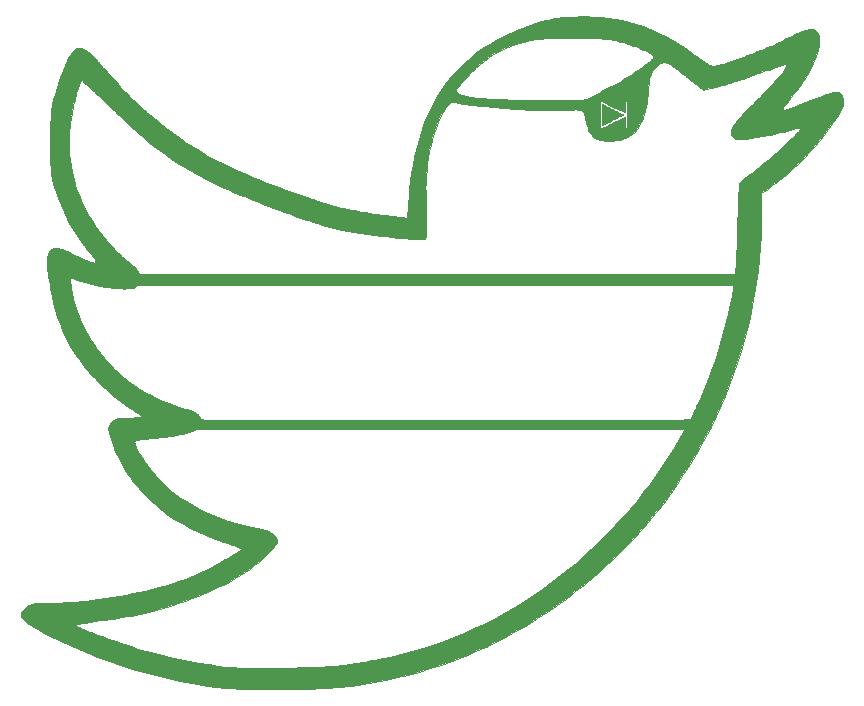
<source format=gbr>
G04 #@! TF.GenerationSoftware,KiCad,Pcbnew,(5.1.2)-1*
G04 #@! TF.CreationDate,2019-07-16T22:45:59-05:00*
G04 #@! TF.ProjectId,1ktwitter,316b7477-6974-4746-9572-2e6b69636164,rev?*
G04 #@! TF.SameCoordinates,Original*
G04 #@! TF.FileFunction,Legend,Top*
G04 #@! TF.FilePolarity,Positive*
%FSLAX46Y46*%
G04 Gerber Fmt 4.6, Leading zero omitted, Abs format (unit mm)*
G04 Created by KiCad (PCBNEW (5.1.2)-1) date 2019-07-16 22:45:59*
%MOMM*%
%LPD*%
G04 APERTURE LIST*
%ADD10C,0.010000*%
G04 APERTURE END LIST*
D10*
G36*
X11179050Y24796327D02*
G01*
X11344043Y24795899D01*
X11490018Y24794980D01*
X11620168Y24793454D01*
X11737683Y24791200D01*
X11845754Y24788101D01*
X11947571Y24784039D01*
X12046327Y24778895D01*
X12145211Y24772550D01*
X12247414Y24764887D01*
X12356129Y24755787D01*
X12474545Y24745132D01*
X12541250Y24738915D01*
X13143323Y24669631D01*
X13740266Y24575498D01*
X14331907Y24456576D01*
X14918077Y24312926D01*
X15498605Y24144610D01*
X16073321Y23951688D01*
X16642056Y23734222D01*
X17204640Y23492273D01*
X17760901Y23225901D01*
X18310671Y22935168D01*
X18853779Y22620134D01*
X19390055Y22280862D01*
X19392900Y22278985D01*
X19525828Y22190819D01*
X19646196Y22109864D01*
X19758885Y22032685D01*
X19868776Y21955843D01*
X19980750Y21875902D01*
X20099688Y21789424D01*
X20230472Y21692972D01*
X20326350Y21621658D01*
X20528525Y21472060D01*
X20713315Y21337883D01*
X20882538Y21217925D01*
X21038014Y21110983D01*
X21181560Y21015855D01*
X21314997Y20931338D01*
X21440143Y20856229D01*
X21558817Y20789327D01*
X21672838Y20729429D01*
X21686238Y20722683D01*
X21764743Y20684216D01*
X21831130Y20654859D01*
X21890105Y20634184D01*
X21946378Y20621767D01*
X22004654Y20617181D01*
X22069642Y20619999D01*
X22146049Y20629798D01*
X22238583Y20646149D01*
X22330843Y20664360D01*
X22483983Y20698370D01*
X22658258Y20742669D01*
X22851893Y20796584D01*
X23063110Y20859438D01*
X23290134Y20930557D01*
X23531188Y21009267D01*
X23784497Y21094891D01*
X24048284Y21186756D01*
X24320773Y21284186D01*
X24600188Y21386507D01*
X24884752Y21493043D01*
X25172689Y21603120D01*
X25462224Y21716062D01*
X25751580Y21831195D01*
X26038980Y21947845D01*
X26322649Y22065335D01*
X26600811Y22182992D01*
X26871688Y22300139D01*
X27133506Y22416103D01*
X27384487Y22530209D01*
X27622856Y22641781D01*
X27846836Y22750144D01*
X27933650Y22793266D01*
X28215942Y22933656D01*
X28477267Y23061508D01*
X28718542Y23177172D01*
X28940687Y23280997D01*
X29144621Y23373333D01*
X29331262Y23454530D01*
X29501530Y23524939D01*
X29656343Y23584909D01*
X29796621Y23634789D01*
X29923282Y23674931D01*
X30037245Y23705684D01*
X30139429Y23727398D01*
X30230753Y23740422D01*
X30312137Y23745108D01*
X30384498Y23741804D01*
X30414084Y23737849D01*
X30526158Y23707033D01*
X30628462Y23652848D01*
X30720849Y23575428D01*
X30803175Y23474910D01*
X30875293Y23351430D01*
X30910142Y23274768D01*
X30948265Y23157322D01*
X30973649Y23020644D01*
X30986360Y22867440D01*
X30986465Y22700412D01*
X30974032Y22522265D01*
X30949126Y22335704D01*
X30911814Y22143433D01*
X30878937Y22009100D01*
X30796152Y21728383D01*
X30693786Y21434793D01*
X30572793Y21130409D01*
X30434125Y20817309D01*
X30278736Y20497573D01*
X30107579Y20173277D01*
X29921606Y19846502D01*
X29780071Y19612474D01*
X29668171Y19434455D01*
X29556783Y19262619D01*
X29443760Y19093987D01*
X29326957Y18925580D01*
X29204226Y18754419D01*
X29073421Y18577526D01*
X28932395Y18391922D01*
X28779003Y18194628D01*
X28611097Y17982666D01*
X28555632Y17913350D01*
X28433928Y17761238D01*
X28327439Y17627333D01*
X28235182Y17510278D01*
X28156176Y17408715D01*
X28089436Y17321288D01*
X28033981Y17246639D01*
X27988827Y17183411D01*
X27952992Y17130246D01*
X27925492Y17085786D01*
X27905346Y17048675D01*
X27891570Y17017556D01*
X27883182Y16991070D01*
X27881183Y16981835D01*
X27880364Y16947980D01*
X27893045Y16923302D01*
X27920323Y16907926D01*
X27963294Y16901980D01*
X28023056Y16905589D01*
X28100703Y16918880D01*
X28197334Y16941980D01*
X28314045Y16975016D01*
X28451932Y17018113D01*
X28588777Y17063486D01*
X28802568Y17136777D01*
X29005038Y17208276D01*
X29201109Y17279874D01*
X29395701Y17353462D01*
X29593736Y17430931D01*
X29800133Y17514171D01*
X30019815Y17605074D01*
X30238700Y17697444D01*
X30506409Y17810115D01*
X30753018Y17911369D01*
X30979883Y18001663D01*
X31188357Y18081453D01*
X31379794Y18151196D01*
X31555549Y18211348D01*
X31716977Y18262365D01*
X31865432Y18304704D01*
X32002269Y18338822D01*
X32128841Y18365175D01*
X32246504Y18384220D01*
X32294232Y18390223D01*
X32434967Y18398216D01*
X32559585Y18388282D01*
X32667507Y18360616D01*
X32758153Y18315415D01*
X32830942Y18252877D01*
X32874297Y18193303D01*
X32919932Y18099320D01*
X32958718Y17987804D01*
X32988996Y17866082D01*
X33009110Y17741484D01*
X33017404Y17621341D01*
X33016546Y17564100D01*
X33008191Y17469574D01*
X32991732Y17372358D01*
X32966444Y17270997D01*
X32931600Y17164036D01*
X32886475Y17050020D01*
X32830344Y16927494D01*
X32762481Y16795002D01*
X32682160Y16651089D01*
X32588657Y16494301D01*
X32481245Y16323181D01*
X32359198Y16136276D01*
X32221792Y15932128D01*
X32152209Y15830550D01*
X31763725Y15281379D01*
X31369769Y14755048D01*
X30968293Y14249232D01*
X30557248Y13761603D01*
X30134587Y13289834D01*
X29698262Y12831599D01*
X29246225Y12384570D01*
X28776426Y11946421D01*
X28573271Y11764441D01*
X28466731Y11670726D01*
X28361223Y11579248D01*
X28255237Y11488825D01*
X28147263Y11398276D01*
X28035791Y11306416D01*
X27919311Y11212065D01*
X27796314Y11114040D01*
X27665290Y11011158D01*
X27524729Y10902236D01*
X27373122Y10786094D01*
X27208958Y10661547D01*
X27030728Y10527414D01*
X26836922Y10382513D01*
X26626031Y10225660D01*
X26396544Y10055674D01*
X26305325Y9988258D01*
X26099400Y9836150D01*
X26098755Y8947150D01*
X26097785Y8554094D01*
X26095410Y8183762D01*
X26091551Y7833516D01*
X26086130Y7500714D01*
X26079066Y7182718D01*
X26070280Y6876886D01*
X26059693Y6580579D01*
X26047226Y6291156D01*
X26032799Y6005978D01*
X26016333Y5722404D01*
X25997748Y5437794D01*
X25990031Y5327650D01*
X25905565Y4321587D01*
X25796030Y3318698D01*
X25661587Y2319503D01*
X25502396Y1324520D01*
X25318618Y334268D01*
X25110413Y-650734D01*
X24877942Y-1629968D01*
X24621365Y-2602915D01*
X24340843Y-3569055D01*
X24036536Y-4527871D01*
X23708605Y-5478844D01*
X23357211Y-6421454D01*
X22982514Y-7355184D01*
X22584674Y-8279513D01*
X22163852Y-9193924D01*
X21720209Y-10097899D01*
X21253905Y-10990917D01*
X20765100Y-11872460D01*
X20554718Y-12236450D01*
X20029095Y-13110022D01*
X19483501Y-13967900D01*
X18917944Y-14810076D01*
X18332431Y-15636538D01*
X17726971Y-16447278D01*
X17101572Y-17242287D01*
X16456241Y-18021553D01*
X15790987Y-18785069D01*
X15105817Y-19532825D01*
X14400739Y-20264810D01*
X13675762Y-20981016D01*
X12930893Y-21681433D01*
X12166140Y-22366051D01*
X11976100Y-22531065D01*
X11852325Y-22637851D01*
X11744989Y-22730329D01*
X11651347Y-22810838D01*
X11568649Y-22881713D01*
X11494149Y-22945292D01*
X11425099Y-23003911D01*
X11358752Y-23059907D01*
X11292360Y-23115617D01*
X11223177Y-23173377D01*
X11148454Y-23235524D01*
X11123689Y-23256085D01*
X10350305Y-23881527D01*
X9562690Y-24485958D01*
X8761109Y-25069226D01*
X7945829Y-25631174D01*
X7117116Y-26171649D01*
X6275237Y-26690496D01*
X5420458Y-27187562D01*
X4553045Y-27662692D01*
X3673264Y-28115731D01*
X2781382Y-28546526D01*
X1877665Y-28954921D01*
X962379Y-29340763D01*
X35791Y-29703898D01*
X-75418Y-29745668D01*
X-999336Y-30077646D01*
X-1932491Y-30386251D01*
X-2873888Y-30671238D01*
X-3822529Y-30932364D01*
X-4777420Y-31169382D01*
X-5737564Y-31382049D01*
X-6701965Y-31570121D01*
X-7669626Y-31733351D01*
X-8639552Y-31871496D01*
X-8826500Y-31895197D01*
X-9062040Y-31922891D01*
X-9309571Y-31948883D01*
X-9570174Y-31973234D01*
X-9844930Y-31996002D01*
X-10134919Y-32017248D01*
X-10441223Y-32037031D01*
X-10764921Y-32055411D01*
X-11107094Y-32072449D01*
X-11468824Y-32088204D01*
X-11851190Y-32102735D01*
X-12255274Y-32116102D01*
X-12682155Y-32128367D01*
X-13132915Y-32139587D01*
X-13315950Y-32143704D01*
X-13418654Y-32145587D01*
X-13544197Y-32147277D01*
X-13690230Y-32148776D01*
X-13854399Y-32150084D01*
X-14034352Y-32151202D01*
X-14227739Y-32152131D01*
X-14432206Y-32152870D01*
X-14645402Y-32153422D01*
X-14864975Y-32153785D01*
X-15088573Y-32153962D01*
X-15313843Y-32153952D01*
X-15538435Y-32153756D01*
X-15759996Y-32153375D01*
X-15976173Y-32152809D01*
X-16184616Y-32152059D01*
X-16382972Y-32151125D01*
X-16568889Y-32150009D01*
X-16740015Y-32148710D01*
X-16893999Y-32147230D01*
X-17028487Y-32145568D01*
X-17141129Y-32143726D01*
X-17189450Y-32142716D01*
X-17542122Y-32133646D01*
X-17884070Y-32122890D01*
X-18213516Y-32110540D01*
X-18528679Y-32096687D01*
X-18827778Y-32081426D01*
X-19109034Y-32064847D01*
X-19370666Y-32047043D01*
X-19610895Y-32028108D01*
X-19827940Y-32008132D01*
X-19875500Y-32003285D01*
X-20006004Y-31988582D01*
X-20158458Y-31969431D01*
X-20329891Y-31946291D01*
X-20517330Y-31919620D01*
X-20717805Y-31889878D01*
X-20928344Y-31857523D01*
X-21145975Y-31823015D01*
X-21367727Y-31786812D01*
X-21590629Y-31749373D01*
X-21811709Y-31711157D01*
X-22027995Y-31672622D01*
X-22091650Y-31661042D01*
X-23117325Y-31461056D01*
X-24139575Y-31236926D01*
X-25157326Y-30989009D01*
X-26169507Y-30717662D01*
X-27175047Y-30423246D01*
X-28172872Y-30106116D01*
X-29161911Y-29766633D01*
X-30141091Y-29405153D01*
X-31109341Y-29022036D01*
X-32065588Y-28617640D01*
X-33008760Y-28192322D01*
X-33937786Y-27746441D01*
X-34201100Y-27615004D01*
X-34515893Y-27454429D01*
X-34806994Y-27301579D01*
X-35074811Y-27156160D01*
X-35319755Y-27017878D01*
X-35542234Y-26886441D01*
X-35742659Y-26761556D01*
X-35833625Y-26701195D01*
X-31985040Y-26701195D01*
X-31970846Y-26720763D01*
X-31936568Y-26748105D01*
X-31883914Y-26782289D01*
X-31814593Y-26822382D01*
X-31730312Y-26867453D01*
X-31632781Y-26916568D01*
X-31523706Y-26968796D01*
X-31404796Y-27023205D01*
X-31277759Y-27078861D01*
X-31222950Y-27102149D01*
X-30977871Y-27203647D01*
X-30714269Y-27309682D01*
X-30434490Y-27419441D01*
X-30140882Y-27532114D01*
X-29835791Y-27646887D01*
X-29521566Y-27762949D01*
X-29200551Y-27879489D01*
X-28875095Y-27995692D01*
X-28547545Y-28110749D01*
X-28220246Y-28223847D01*
X-27895547Y-28334174D01*
X-27575794Y-28440917D01*
X-27263333Y-28543266D01*
X-26960513Y-28640407D01*
X-26669679Y-28731530D01*
X-26393180Y-28815821D01*
X-26133360Y-28892469D01*
X-25892569Y-28960663D01*
X-25704800Y-29011323D01*
X-24886965Y-29218349D01*
X-24056750Y-29413407D01*
X-23218748Y-29595600D01*
X-22377556Y-29764033D01*
X-21537769Y-29917810D01*
X-20703981Y-30056034D01*
X-19880788Y-30177811D01*
X-19380200Y-30244348D01*
X-19191870Y-30265958D01*
X-18984296Y-30285350D01*
X-18756480Y-30302584D01*
X-18507425Y-30317718D01*
X-18236132Y-30330815D01*
X-17941602Y-30341932D01*
X-17622839Y-30351132D01*
X-17589500Y-30351950D01*
X-17471534Y-30354365D01*
X-17330915Y-30356493D01*
X-17170390Y-30358334D01*
X-16992705Y-30359885D01*
X-16800606Y-30361148D01*
X-16596840Y-30362119D01*
X-16384151Y-30362799D01*
X-16165287Y-30363187D01*
X-15942994Y-30363281D01*
X-15720018Y-30363081D01*
X-15499104Y-30362585D01*
X-15282999Y-30361792D01*
X-15074450Y-30360703D01*
X-14876201Y-30359314D01*
X-14691000Y-30357626D01*
X-14521593Y-30355638D01*
X-14370725Y-30353348D01*
X-14357350Y-30353113D01*
X-13900341Y-30344113D01*
X-13453853Y-30333606D01*
X-13018951Y-30321646D01*
X-12596701Y-30308288D01*
X-12188167Y-30293586D01*
X-11794415Y-30277594D01*
X-11416509Y-30260367D01*
X-11055514Y-30241957D01*
X-10712496Y-30222421D01*
X-10388519Y-30201811D01*
X-10084649Y-30180182D01*
X-9801950Y-30157588D01*
X-9541488Y-30134084D01*
X-9304327Y-30109723D01*
X-9099550Y-30085580D01*
X-8866841Y-30054709D01*
X-8613467Y-30018587D01*
X-8343459Y-29977891D01*
X-8060853Y-29933293D01*
X-7769682Y-29885471D01*
X-7473979Y-29835098D01*
X-7177777Y-29782849D01*
X-6885110Y-29729400D01*
X-6600011Y-29675424D01*
X-6326514Y-29621598D01*
X-6325619Y-29621418D01*
X-5370507Y-29417528D01*
X-4429469Y-29192559D01*
X-3502160Y-28946343D01*
X-2588234Y-28678712D01*
X-1687348Y-28389498D01*
X-799156Y-28078532D01*
X76688Y-27745647D01*
X940527Y-27390675D01*
X1792707Y-27013446D01*
X2633574Y-26613794D01*
X3463471Y-26191549D01*
X4282745Y-25746545D01*
X5091739Y-25278612D01*
X5890799Y-24787582D01*
X6680271Y-24273288D01*
X7460498Y-23735561D01*
X8231826Y-23174234D01*
X8994600Y-22589137D01*
X9749164Y-21980103D01*
X10293350Y-21521721D01*
X10993395Y-20907931D01*
X11686514Y-20273093D01*
X12369644Y-19620256D01*
X13039722Y-18952474D01*
X13693685Y-18272796D01*
X14328470Y-17584273D01*
X14929673Y-16903104D01*
X15520039Y-16202561D01*
X16094636Y-15487347D01*
X16652226Y-14759236D01*
X17191570Y-14020000D01*
X17711429Y-13271413D01*
X18210565Y-12515248D01*
X18687740Y-11753277D01*
X19141714Y-10987273D01*
X19471669Y-10401300D01*
X19621920Y-10128250D01*
X-1085884Y-10125071D01*
X-21793689Y-10121892D01*
X-21961720Y-10203943D01*
X-22154415Y-10290431D01*
X-22367959Y-10371783D01*
X-22603063Y-10448199D01*
X-22860438Y-10519877D01*
X-23140798Y-10587018D01*
X-23444855Y-10649818D01*
X-23759082Y-10706106D01*
X-23884469Y-10726454D01*
X-24009444Y-10745400D01*
X-24136893Y-10763273D01*
X-24269703Y-10780402D01*
X-24410758Y-10797115D01*
X-24562944Y-10813743D01*
X-24729148Y-10830614D01*
X-24912253Y-10848058D01*
X-25115147Y-10866402D01*
X-25323800Y-10884532D01*
X-25546937Y-10904565D01*
X-25760370Y-10925607D01*
X-25962359Y-10947418D01*
X-26151161Y-10969761D01*
X-26325031Y-10992397D01*
X-26482229Y-11015087D01*
X-26621010Y-11037592D01*
X-26739633Y-11059675D01*
X-26836355Y-11081097D01*
X-26909003Y-11101478D01*
X-26962026Y-11122212D01*
X-26994488Y-11145862D01*
X-27009581Y-11178063D01*
X-27010495Y-11224452D01*
X-27004205Y-11269583D01*
X-26982322Y-11358248D01*
X-26944372Y-11464655D01*
X-26891117Y-11587523D01*
X-26823321Y-11725572D01*
X-26741745Y-11877519D01*
X-26647153Y-12042085D01*
X-26540308Y-12217987D01*
X-26421973Y-12403944D01*
X-26292910Y-12598675D01*
X-26153882Y-12800899D01*
X-26005651Y-13009335D01*
X-25848982Y-13222702D01*
X-25811669Y-13272559D01*
X-25577246Y-13578717D01*
X-25349969Y-13863108D01*
X-25127993Y-14127722D01*
X-24909470Y-14374549D01*
X-24692553Y-14605576D01*
X-24475396Y-14822792D01*
X-24256153Y-15028187D01*
X-24032975Y-15223749D01*
X-23888700Y-15343467D01*
X-23557394Y-15601749D01*
X-23203529Y-15856998D01*
X-22829899Y-16107742D01*
X-22439299Y-16352511D01*
X-22034521Y-16589834D01*
X-21618358Y-16818241D01*
X-21193606Y-17036261D01*
X-20763057Y-17242422D01*
X-20329504Y-17435255D01*
X-19895742Y-17613288D01*
X-19464564Y-17775052D01*
X-19038764Y-17919074D01*
X-18933817Y-17952032D01*
X-18861792Y-17974133D01*
X-18791588Y-17995288D01*
X-18721744Y-18015852D01*
X-18650799Y-18036180D01*
X-18577291Y-18056627D01*
X-18499758Y-18077550D01*
X-18416741Y-18099304D01*
X-18326776Y-18122243D01*
X-18228403Y-18146723D01*
X-18120162Y-18173100D01*
X-18000589Y-18201729D01*
X-17868224Y-18232966D01*
X-17721606Y-18267165D01*
X-17559274Y-18304682D01*
X-17379765Y-18345873D01*
X-17181620Y-18391093D01*
X-16963375Y-18440697D01*
X-16723571Y-18495041D01*
X-16460746Y-18554480D01*
X-16402050Y-18567742D01*
X-16245663Y-18603338D01*
X-16112254Y-18634306D01*
X-15999918Y-18661128D01*
X-15906753Y-18684283D01*
X-15830855Y-18704254D01*
X-15770320Y-18721520D01*
X-15723245Y-18736562D01*
X-15699326Y-18745235D01*
X-15548661Y-18812732D01*
X-15406230Y-18895143D01*
X-15274898Y-18989920D01*
X-15157530Y-19094512D01*
X-15056987Y-19206368D01*
X-14976136Y-19322939D01*
X-14918186Y-19440782D01*
X-14900502Y-19515187D01*
X-14898822Y-19599122D01*
X-14912844Y-19682643D01*
X-14926796Y-19723966D01*
X-14952228Y-19777462D01*
X-14987791Y-19838076D01*
X-15034599Y-19907220D01*
X-15093765Y-19986309D01*
X-15166402Y-20076756D01*
X-15253624Y-20179975D01*
X-15356544Y-20297379D01*
X-15476277Y-20430382D01*
X-15527143Y-20486103D01*
X-15818059Y-20788337D01*
X-16133443Y-21086816D01*
X-16472595Y-21381205D01*
X-16834815Y-21671171D01*
X-17219403Y-21956378D01*
X-17625659Y-22236493D01*
X-18052882Y-22511180D01*
X-18500373Y-22780106D01*
X-18967430Y-23042936D01*
X-19453355Y-23299335D01*
X-19957446Y-23548970D01*
X-20479004Y-23791505D01*
X-21017328Y-24026606D01*
X-21571718Y-24253940D01*
X-22141474Y-24473171D01*
X-22725896Y-24683964D01*
X-23324283Y-24885987D01*
X-23935936Y-25078903D01*
X-24560154Y-25262380D01*
X-25196237Y-25436081D01*
X-25843485Y-25599674D01*
X-26501197Y-25752823D01*
X-26600150Y-25774750D01*
X-26956021Y-25850931D01*
X-27321226Y-25924985D01*
X-27691703Y-25996216D01*
X-28063386Y-26063929D01*
X-28432211Y-26127430D01*
X-28794114Y-26186023D01*
X-29145030Y-26239015D01*
X-29480896Y-26285709D01*
X-29797646Y-26325412D01*
X-29870400Y-26333827D01*
X-30303377Y-26387586D01*
X-30724439Y-26449429D01*
X-31146317Y-26521292D01*
X-31337250Y-26556924D01*
X-31429365Y-26574779D01*
X-31525036Y-26593727D01*
X-31620527Y-26612989D01*
X-31712103Y-26631787D01*
X-31796029Y-26649342D01*
X-31868569Y-26664876D01*
X-31925988Y-26677610D01*
X-31964550Y-26686766D01*
X-31977442Y-26690334D01*
X-31985040Y-26701195D01*
X-35833625Y-26701195D01*
X-35921437Y-26642928D01*
X-36078978Y-26530265D01*
X-36215692Y-26423273D01*
X-36331987Y-26321659D01*
X-36428274Y-26225130D01*
X-36504960Y-26133393D01*
X-36562456Y-26046153D01*
X-36601171Y-25963119D01*
X-36621513Y-25883996D01*
X-36622082Y-25879935D01*
X-36624592Y-25851766D01*
X-36622598Y-25825727D01*
X-36614377Y-25795971D01*
X-36598206Y-25756652D01*
X-36572362Y-25701923D01*
X-36565401Y-25687631D01*
X-36479558Y-25535280D01*
X-36375419Y-25393880D01*
X-36249528Y-25258763D01*
X-36243498Y-25252949D01*
X-36147217Y-25166177D01*
X-36054051Y-25095329D01*
X-35959164Y-25038181D01*
X-35857722Y-24992509D01*
X-35744891Y-24956090D01*
X-35615835Y-24926701D01*
X-35487569Y-24905261D01*
X-35421855Y-24896399D01*
X-35350727Y-24888429D01*
X-35272337Y-24881273D01*
X-35184837Y-24874851D01*
X-35086380Y-24869086D01*
X-34975117Y-24863899D01*
X-34849200Y-24859211D01*
X-34706782Y-24854944D01*
X-34546015Y-24851019D01*
X-34365051Y-24847358D01*
X-34162043Y-24843882D01*
X-33978850Y-24841130D01*
X-33743696Y-24837507D01*
X-33530266Y-24833576D01*
X-33334883Y-24829160D01*
X-33153871Y-24824083D01*
X-32983554Y-24818168D01*
X-32820257Y-24811240D01*
X-32660302Y-24803123D01*
X-32500014Y-24793639D01*
X-32335716Y-24782613D01*
X-32163733Y-24769868D01*
X-31980389Y-24755229D01*
X-31782006Y-24738519D01*
X-31711900Y-24732458D01*
X-31160854Y-24679865D01*
X-30601039Y-24617298D01*
X-30034597Y-24545211D01*
X-29463663Y-24464057D01*
X-28890377Y-24374292D01*
X-28316878Y-24276370D01*
X-27745302Y-24170746D01*
X-27177788Y-24057873D01*
X-26616476Y-23938207D01*
X-26063502Y-23812201D01*
X-25521005Y-23680311D01*
X-24991123Y-23542990D01*
X-24475995Y-23400694D01*
X-23977759Y-23253876D01*
X-23498553Y-23102991D01*
X-23040515Y-22948494D01*
X-22644100Y-22805221D01*
X-22463792Y-22737081D01*
X-22298066Y-22672818D01*
X-22142630Y-22610553D01*
X-21993195Y-22548409D01*
X-21845471Y-22484510D01*
X-21695166Y-22416977D01*
X-21537991Y-22343935D01*
X-21369654Y-22263505D01*
X-21185866Y-22173811D01*
X-21069300Y-22116210D01*
X-20748939Y-21955514D01*
X-20435527Y-21794747D01*
X-20130944Y-21634953D01*
X-19837066Y-21477177D01*
X-19555772Y-21322462D01*
X-19288938Y-21171855D01*
X-19038443Y-21026399D01*
X-18806163Y-20887138D01*
X-18593977Y-20755118D01*
X-18421350Y-20643094D01*
X-18298101Y-20559967D01*
X-18196228Y-20488410D01*
X-18114861Y-20427744D01*
X-18053127Y-20377287D01*
X-18010155Y-20336358D01*
X-17985071Y-20304277D01*
X-17983230Y-20301005D01*
X-17972568Y-20276980D01*
X-17975990Y-20260442D01*
X-17996479Y-20241040D01*
X-18001732Y-20236825D01*
X-18039435Y-20212832D01*
X-18100912Y-20181858D01*
X-18185580Y-20144127D01*
X-18292856Y-20099859D01*
X-18422157Y-20049278D01*
X-18572899Y-19992603D01*
X-18744499Y-19930059D01*
X-18936374Y-19861866D01*
X-19147941Y-19788246D01*
X-19378616Y-19709422D01*
X-19462750Y-19680984D01*
X-19648569Y-19618139D01*
X-19813494Y-19561870D01*
X-19960817Y-19510990D01*
X-20093829Y-19464311D01*
X-20215822Y-19420646D01*
X-20330086Y-19378807D01*
X-20439913Y-19337606D01*
X-20548594Y-19295855D01*
X-20659419Y-19252368D01*
X-20745450Y-19218088D01*
X-21335107Y-18969933D01*
X-21908452Y-18704589D01*
X-22464891Y-18422409D01*
X-23003829Y-18123748D01*
X-23524670Y-17808960D01*
X-24026822Y-17478400D01*
X-24509688Y-17132423D01*
X-24972674Y-16771381D01*
X-25273000Y-16519903D01*
X-25529935Y-16291748D01*
X-25789731Y-16048203D01*
X-26047085Y-15794608D01*
X-26296692Y-15536304D01*
X-26533248Y-15278631D01*
X-26727080Y-15055850D01*
X-27071593Y-14629241D01*
X-27394866Y-14189135D01*
X-27696550Y-13736124D01*
X-27976292Y-13270800D01*
X-28233742Y-12793755D01*
X-28468547Y-12305582D01*
X-28680358Y-11806873D01*
X-28731647Y-11675483D01*
X-28762888Y-11591866D01*
X-28799673Y-11489897D01*
X-28840462Y-11374139D01*
X-28883716Y-11249154D01*
X-28927893Y-11119505D01*
X-28971454Y-10989755D01*
X-29012858Y-10864465D01*
X-29050565Y-10748198D01*
X-29083035Y-10645516D01*
X-29108727Y-10560983D01*
X-29113955Y-10543064D01*
X-29155094Y-10392558D01*
X-29184954Y-10261883D01*
X-29203011Y-10147859D01*
X-29208735Y-10047304D01*
X-29201599Y-9957038D01*
X-29181077Y-9873878D01*
X-29146640Y-9794644D01*
X-29097762Y-9716154D01*
X-29033915Y-9635228D01*
X-28954571Y-9548684D01*
X-28947993Y-9541890D01*
X-28853628Y-9455223D01*
X-28751422Y-9382711D01*
X-28638239Y-9323010D01*
X-28510940Y-9274775D01*
X-28366390Y-9236662D01*
X-28201452Y-9207327D01*
X-28151431Y-9200534D01*
X-28105661Y-9196003D01*
X-28038441Y-9191166D01*
X-27953718Y-9186218D01*
X-27855437Y-9181356D01*
X-27747545Y-9176776D01*
X-27633988Y-9172675D01*
X-27527250Y-9169476D01*
X-27327518Y-9163703D01*
X-27151864Y-9157681D01*
X-26998968Y-9151263D01*
X-26867508Y-9144301D01*
X-26756165Y-9136646D01*
X-26663616Y-9128152D01*
X-26588541Y-9118669D01*
X-26529619Y-9108051D01*
X-26485529Y-9096149D01*
X-26454949Y-9082815D01*
X-26436560Y-9067901D01*
X-26429039Y-9051259D01*
X-26428700Y-9046457D01*
X-26435625Y-9026479D01*
X-26457321Y-9000106D01*
X-26495176Y-8966231D01*
X-26550576Y-8923749D01*
X-26624905Y-8871554D01*
X-26719551Y-8808542D01*
X-26759442Y-8782622D01*
X-27138547Y-8532420D01*
X-27513172Y-8274980D01*
X-27879786Y-8012907D01*
X-28234858Y-7748806D01*
X-28574860Y-7485284D01*
X-28896260Y-7224945D01*
X-29083000Y-7067678D01*
X-29412928Y-6777630D01*
X-29738810Y-6475914D01*
X-30056913Y-6166290D01*
X-30363501Y-5852515D01*
X-30654840Y-5538350D01*
X-30927196Y-5227551D01*
X-31013865Y-5124450D01*
X-31372146Y-4675175D01*
X-31709631Y-4214144D01*
X-32026573Y-3740811D01*
X-32323223Y-3254632D01*
X-32599834Y-2755061D01*
X-32856657Y-2241553D01*
X-33093944Y-1713563D01*
X-33311947Y-1170546D01*
X-33510919Y-611956D01*
X-33691111Y-37248D01*
X-33852774Y554122D01*
X-33996161Y1162700D01*
X-34059726Y1466850D01*
X-34121121Y1787501D01*
X-34178752Y2117264D01*
X-34231737Y2450149D01*
X-34248190Y2564573D01*
X-32435178Y2564573D01*
X-32435011Y2520134D01*
X-32433123Y2457003D01*
X-32431757Y2419350D01*
X-32425995Y2324660D01*
X-32415273Y2209754D01*
X-32400219Y2079194D01*
X-32381464Y1937544D01*
X-32359636Y1789364D01*
X-32335365Y1639218D01*
X-32309281Y1491666D01*
X-32289549Y1388680D01*
X-32176659Y884681D01*
X-32039152Y383799D01*
X-31877721Y-112988D01*
X-31693060Y-604698D01*
X-31485860Y-1090353D01*
X-31256815Y-1568973D01*
X-31006618Y-2039579D01*
X-30735962Y-2501190D01*
X-30445540Y-2952827D01*
X-30136044Y-3393511D01*
X-29808169Y-3822262D01*
X-29462606Y-4238100D01*
X-29100049Y-4640045D01*
X-28721191Y-5027118D01*
X-28326725Y-5398340D01*
X-27917344Y-5752730D01*
X-27493740Y-6089309D01*
X-27056607Y-6407098D01*
X-26606638Y-6705116D01*
X-26530300Y-6752884D01*
X-26172884Y-6965071D01*
X-25792833Y-7172401D01*
X-25392624Y-7373823D01*
X-24974737Y-7568287D01*
X-24541650Y-7754741D01*
X-24095839Y-7932135D01*
X-23639785Y-8099418D01*
X-23175964Y-8255540D01*
X-22706855Y-8399448D01*
X-22523450Y-8451911D01*
X-22320468Y-8515465D01*
X-22133213Y-8587667D01*
X-21963817Y-8667474D01*
X-21814410Y-8753843D01*
X-21687121Y-8845730D01*
X-21644305Y-8882499D01*
X-21577697Y-8952891D01*
X-21515594Y-9037037D01*
X-21463500Y-9126431D01*
X-21426917Y-9212563D01*
X-21423213Y-9224322D01*
X-21409364Y-9269603D01*
X-21397922Y-9305118D01*
X-21391097Y-9324039D01*
X-21390636Y-9324975D01*
X-21377806Y-9325356D01*
X-21340089Y-9325729D01*
X-21278000Y-9326094D01*
X-21192051Y-9326451D01*
X-21082758Y-9326799D01*
X-20950632Y-9327139D01*
X-20796189Y-9327471D01*
X-20619941Y-9327795D01*
X-20422402Y-9328110D01*
X-20204086Y-9328418D01*
X-19965507Y-9328717D01*
X-19707177Y-9329008D01*
X-19429612Y-9329291D01*
X-19133324Y-9329566D01*
X-18818828Y-9329832D01*
X-18486636Y-9330091D01*
X-18137263Y-9330341D01*
X-17771222Y-9330583D01*
X-17389026Y-9330817D01*
X-16991190Y-9331043D01*
X-16578227Y-9331261D01*
X-16150651Y-9331471D01*
X-15708976Y-9331673D01*
X-15253714Y-9331867D01*
X-14785380Y-9332053D01*
X-14304487Y-9332230D01*
X-13811550Y-9332400D01*
X-13307081Y-9332562D01*
X-12791594Y-9332715D01*
X-12265603Y-9332861D01*
X-11729622Y-9332999D01*
X-11184165Y-9333128D01*
X-10629744Y-9333250D01*
X-10066874Y-9333364D01*
X-9496068Y-9333470D01*
X-8917840Y-9333568D01*
X-8332703Y-9333658D01*
X-7741172Y-9333740D01*
X-7143760Y-9333814D01*
X-6540980Y-9333880D01*
X-5933346Y-9333938D01*
X-5321372Y-9333989D01*
X-4705572Y-9334032D01*
X-4086459Y-9334066D01*
X-3464546Y-9334093D01*
X-2840348Y-9334112D01*
X-2214378Y-9334124D01*
X-1587150Y-9334127D01*
X-959177Y-9334123D01*
X-330974Y-9334110D01*
X296947Y-9334090D01*
X924072Y-9334063D01*
X1549886Y-9334027D01*
X2173877Y-9333984D01*
X2795531Y-9333933D01*
X3414333Y-9333874D01*
X4029771Y-9333807D01*
X4641331Y-9333733D01*
X5248498Y-9333651D01*
X5850760Y-9333561D01*
X6447603Y-9333464D01*
X7038513Y-9333359D01*
X7622976Y-9333246D01*
X8200479Y-9333126D01*
X8770509Y-9332997D01*
X9332550Y-9332862D01*
X9886091Y-9332718D01*
X10430616Y-9332567D01*
X10965613Y-9332409D01*
X11490568Y-9332243D01*
X12004968Y-9332069D01*
X12508297Y-9331887D01*
X13000044Y-9331698D01*
X13479694Y-9331502D01*
X13946733Y-9331298D01*
X14400648Y-9331086D01*
X14840926Y-9330867D01*
X15267052Y-9330640D01*
X15678513Y-9330406D01*
X16074796Y-9330164D01*
X16455386Y-9329914D01*
X16819770Y-9329658D01*
X17167434Y-9329393D01*
X17497866Y-9329122D01*
X17810550Y-9328842D01*
X18104973Y-9328556D01*
X18380623Y-9328262D01*
X18636984Y-9327960D01*
X18873544Y-9327651D01*
X19089788Y-9327335D01*
X19285204Y-9327011D01*
X19459277Y-9326680D01*
X19611494Y-9326341D01*
X19741341Y-9325995D01*
X19848304Y-9325642D01*
X19931871Y-9325281D01*
X19991526Y-9324913D01*
X20026757Y-9324537D01*
X20037151Y-9324199D01*
X20048027Y-9309355D01*
X20068564Y-9273420D01*
X20097808Y-9218380D01*
X20134804Y-9146219D01*
X20178598Y-9058922D01*
X20228235Y-8958473D01*
X20282760Y-8846858D01*
X20341218Y-8726061D01*
X20402656Y-8598067D01*
X20466117Y-8464860D01*
X20530648Y-8328425D01*
X20595293Y-8190748D01*
X20659099Y-8053812D01*
X20721110Y-7919602D01*
X20780371Y-7790104D01*
X20835929Y-7667301D01*
X20859960Y-7613650D01*
X21228614Y-6758586D01*
X21578593Y-5887593D01*
X21909289Y-5002595D01*
X22220094Y-4105517D01*
X22510401Y-3198282D01*
X22779601Y-2282814D01*
X23027087Y-1361037D01*
X23252251Y-434875D01*
X23454486Y493748D01*
X23513247Y785975D01*
X23529902Y871965D01*
X23548446Y970270D01*
X23568378Y1078020D01*
X23589199Y1192347D01*
X23610409Y1310381D01*
X23631508Y1429254D01*
X23651996Y1546095D01*
X23671372Y1658035D01*
X23689138Y1762206D01*
X23704792Y1855737D01*
X23717835Y1935760D01*
X23727768Y1999406D01*
X23734089Y2043804D01*
X23736300Y2066061D01*
X23732897Y2066718D01*
X23722489Y2067358D01*
X23704776Y2067982D01*
X23679459Y2068589D01*
X23646238Y2069181D01*
X23604814Y2069757D01*
X23554888Y2070317D01*
X23496161Y2070861D01*
X23428332Y2071390D01*
X23351102Y2071904D01*
X23264172Y2072404D01*
X23167243Y2072888D01*
X23060014Y2073358D01*
X22942188Y2073814D01*
X22813463Y2074256D01*
X22673542Y2074684D01*
X22522123Y2075098D01*
X22358909Y2075499D01*
X22183599Y2075886D01*
X21995894Y2076261D01*
X21795495Y2076622D01*
X21582103Y2076971D01*
X21355417Y2077307D01*
X21115138Y2077631D01*
X20860968Y2077943D01*
X20592606Y2078243D01*
X20309753Y2078532D01*
X20012110Y2078808D01*
X19699377Y2079074D01*
X19371256Y2079328D01*
X19027445Y2079572D01*
X18667647Y2079805D01*
X18291561Y2080027D01*
X17898889Y2080239D01*
X17489330Y2080441D01*
X17062586Y2080633D01*
X16618356Y2080815D01*
X16156342Y2080988D01*
X15676245Y2081152D01*
X15177764Y2081306D01*
X14660600Y2081452D01*
X14124454Y2081588D01*
X13569026Y2081717D01*
X12994018Y2081837D01*
X12399129Y2081948D01*
X11784060Y2082052D01*
X11148511Y2082148D01*
X10492185Y2082237D01*
X9814780Y2082318D01*
X9115997Y2082393D01*
X8395538Y2082460D01*
X7653102Y2082521D01*
X6888390Y2082575D01*
X6101103Y2082622D01*
X5290942Y2082664D01*
X4457606Y2082700D01*
X3600797Y2082729D01*
X2720215Y2082754D01*
X1815560Y2082773D01*
X886534Y2082787D01*
X-67163Y2082796D01*
X-1045831Y2082800D01*
X-26693326Y2082800D01*
X-26761038Y2024149D01*
X-26860163Y1953618D01*
X-26981812Y1894017D01*
X-27125563Y1845385D01*
X-27290995Y1807764D01*
X-27477686Y1781191D01*
X-27685212Y1765708D01*
X-27913152Y1761353D01*
X-28161085Y1768166D01*
X-28428587Y1786188D01*
X-28715236Y1815458D01*
X-28829000Y1829526D01*
X-29169601Y1876995D01*
X-29517515Y1932051D01*
X-29868070Y1993749D01*
X-30216592Y2061144D01*
X-30558407Y2133291D01*
X-30888842Y2209247D01*
X-31203225Y2288066D01*
X-31495745Y2368477D01*
X-31649180Y2414391D01*
X-31784097Y2458505D01*
X-31907033Y2503192D01*
X-32024524Y2550829D01*
X-32141894Y2603225D01*
X-32201798Y2629780D01*
X-32258050Y2652433D01*
X-32304175Y2668715D01*
X-32332834Y2676048D01*
X-32367771Y2677518D01*
X-32391255Y2666557D01*
X-32409877Y2646176D01*
X-32420973Y2631121D01*
X-32428597Y2615527D01*
X-32433186Y2594858D01*
X-32435178Y2564573D01*
X-34248190Y2564573D01*
X-34279191Y2780167D01*
X-34320229Y3101327D01*
X-34353968Y3407639D01*
X-34368061Y3556000D01*
X-34373890Y3637800D01*
X-34378368Y3734524D01*
X-34381496Y3841470D01*
X-34383271Y3953935D01*
X-34383691Y4067215D01*
X-34382756Y4176608D01*
X-34380463Y4277411D01*
X-34376812Y4364922D01*
X-34371800Y4434436D01*
X-34368356Y4464050D01*
X-34339372Y4625236D01*
X-34301286Y4763737D01*
X-34253410Y4880836D01*
X-34195053Y4977813D01*
X-34125527Y5055951D01*
X-34044141Y5116532D01*
X-34006430Y5136964D01*
X-33912374Y5174746D01*
X-33812127Y5197972D01*
X-33703013Y5206605D01*
X-33582354Y5200606D01*
X-33447472Y5179938D01*
X-33295690Y5144561D01*
X-33228269Y5125888D01*
X-33138739Y5099059D01*
X-33050127Y5070169D01*
X-32959819Y5038115D01*
X-32865197Y5001793D01*
X-32763647Y4960100D01*
X-32652552Y4911932D01*
X-32529296Y4856188D01*
X-32391264Y4791762D01*
X-32235839Y4717552D01*
X-32073850Y4639013D01*
X-31854562Y4532514D01*
X-31656425Y4437234D01*
X-31478087Y4352611D01*
X-31318195Y4278086D01*
X-31175397Y4213100D01*
X-31048340Y4157092D01*
X-30935671Y4109504D01*
X-30836038Y4069775D01*
X-30748088Y4037345D01*
X-30670469Y4011655D01*
X-30601827Y3992145D01*
X-30540809Y3978255D01*
X-30486064Y3969425D01*
X-30446761Y3965685D01*
X-30394421Y3962983D01*
X-30360725Y3963816D01*
X-30339040Y3969227D01*
X-30322732Y3980255D01*
X-30316586Y3986115D01*
X-30296656Y4017620D01*
X-30289802Y4048125D01*
X-30299173Y4099312D01*
X-30326010Y4166826D01*
X-30369504Y4249354D01*
X-30428844Y4345583D01*
X-30503221Y4454202D01*
X-30591824Y4573898D01*
X-30693844Y4703359D01*
X-30695457Y4705350D01*
X-30803695Y4838964D01*
X-30897629Y4955135D01*
X-30979022Y5056093D01*
X-31049638Y5144068D01*
X-31111239Y5221289D01*
X-31165589Y5289986D01*
X-31214452Y5352388D01*
X-31259591Y5410726D01*
X-31302769Y5467228D01*
X-31345750Y5524125D01*
X-31390297Y5583645D01*
X-31393753Y5588281D01*
X-31752556Y6090884D01*
X-32090309Y6607609D01*
X-32406814Y7138076D01*
X-32701873Y7681904D01*
X-32975291Y8238714D01*
X-33226869Y8808126D01*
X-33456410Y9389759D01*
X-33644281Y9924234D01*
X-33723607Y10168503D01*
X-33792917Y10393541D01*
X-33853004Y10603103D01*
X-33904665Y10800941D01*
X-33948692Y10990810D01*
X-33985882Y11176464D01*
X-34017028Y11361656D01*
X-34042926Y11550140D01*
X-34064370Y11745671D01*
X-34082155Y11952000D01*
X-34086728Y12014200D01*
X-34094153Y12136738D01*
X-34100786Y12282875D01*
X-34106613Y12450826D01*
X-34111619Y12638803D01*
X-34115792Y12845017D01*
X-34119116Y13067683D01*
X-34121579Y13305012D01*
X-34123166Y13555216D01*
X-34123863Y13816509D01*
X-34123657Y14087102D01*
X-34122987Y14253015D01*
X-32562211Y14253015D01*
X-32560295Y13950898D01*
X-32549326Y13642825D01*
X-32529506Y13324639D01*
X-32517686Y13176250D01*
X-32460718Y12650355D01*
X-32378987Y12122923D01*
X-32272972Y11595272D01*
X-32143149Y11068719D01*
X-31989996Y10544582D01*
X-31813989Y10024177D01*
X-31615606Y9508822D01*
X-31395324Y8999835D01*
X-31153620Y8498531D01*
X-30890971Y8006229D01*
X-30607855Y7524245D01*
X-30304749Y7053897D01*
X-30294004Y7037987D01*
X-29988862Y6604183D01*
X-29673541Y6190623D01*
X-29344478Y5793030D01*
X-28998115Y5407126D01*
X-28630892Y5028633D01*
X-28579827Y4978168D01*
X-28459386Y4860634D01*
X-28345886Y4751986D01*
X-28236020Y4649307D01*
X-28126478Y4549686D01*
X-28013953Y4450205D01*
X-27895136Y4347952D01*
X-27766718Y4240012D01*
X-27625392Y4123471D01*
X-27467849Y3995413D01*
X-27424669Y3960554D01*
X-27246629Y3813195D01*
X-27090489Y3675692D01*
X-26955242Y3546924D01*
X-26839882Y3425769D01*
X-26743402Y3311107D01*
X-26664796Y3201816D01*
X-26603059Y3096778D01*
X-26557183Y2994869D01*
X-26556863Y2994025D01*
X-26543629Y2959100D01*
X23847102Y2959100D01*
X23854888Y3025775D01*
X23860414Y3078016D01*
X23867361Y3151414D01*
X23875390Y3241785D01*
X23884163Y3344947D01*
X23893340Y3456718D01*
X23902583Y3572916D01*
X23911552Y3689357D01*
X23919908Y3801859D01*
X23927312Y3906240D01*
X23932347Y3981450D01*
X23942623Y4144591D01*
X23952070Y4303923D01*
X23960803Y4462235D01*
X23968938Y4622316D01*
X23976590Y4786955D01*
X23983875Y4958940D01*
X23990908Y5141062D01*
X23997805Y5336108D01*
X24004681Y5546868D01*
X24011653Y5776131D01*
X24018835Y6026686D01*
X24022331Y6153150D01*
X24030632Y6449738D01*
X24039352Y6748578D01*
X24048425Y7047835D01*
X24057783Y7345672D01*
X24067359Y7640253D01*
X24077087Y7929741D01*
X24086898Y8212301D01*
X24096727Y8486095D01*
X24106505Y8749286D01*
X24116166Y9000040D01*
X24125643Y9236519D01*
X24134868Y9456887D01*
X24143774Y9659308D01*
X24152295Y9841944D01*
X24160363Y10002961D01*
X24167911Y10140520D01*
X24168305Y10147300D01*
X24176126Y10272400D01*
X24183811Y10375030D01*
X24191756Y10458119D01*
X24200357Y10524592D01*
X24210009Y10577375D01*
X24221106Y10619395D01*
X24234046Y10653577D01*
X24237814Y10661650D01*
X24286144Y10743349D01*
X24354842Y10833337D01*
X24441280Y10929114D01*
X24542829Y11028182D01*
X24656863Y11128042D01*
X24780753Y11226194D01*
X24911872Y11320140D01*
X24972594Y11360417D01*
X25091914Y11437820D01*
X25192852Y11503896D01*
X25278549Y11560803D01*
X25352146Y11610703D01*
X25416785Y11655755D01*
X25475605Y11698119D01*
X25531749Y11739955D01*
X25588357Y11783424D01*
X25593344Y11787304D01*
X25774319Y11930554D01*
X25970530Y12090066D01*
X26179646Y12263754D01*
X26399338Y12449530D01*
X26627277Y12645308D01*
X26861132Y12849001D01*
X27098576Y13058524D01*
X27337277Y13271790D01*
X27574908Y13486712D01*
X27809137Y13701204D01*
X28037637Y13913179D01*
X28258077Y14120551D01*
X28468129Y14321233D01*
X28665462Y14513139D01*
X28847747Y14694182D01*
X28918221Y14765423D01*
X29045174Y14896074D01*
X29153008Y15010459D01*
X29241915Y15108810D01*
X29312089Y15191357D01*
X29363724Y15258331D01*
X29397014Y15309963D01*
X29412153Y15346484D01*
X29413200Y15355544D01*
X29401383Y15362868D01*
X29368529Y15365779D01*
X29318534Y15364720D01*
X29255292Y15360132D01*
X29182699Y15352457D01*
X29104650Y15342137D01*
X29025040Y15329614D01*
X28947764Y15315328D01*
X28876717Y15299723D01*
X28841700Y15290735D01*
X28803972Y15280369D01*
X28746991Y15264648D01*
X28675976Y15245016D01*
X28596147Y15222915D01*
X28512723Y15199789D01*
X28498800Y15195926D01*
X28235630Y15124705D01*
X27966196Y15055225D01*
X27692196Y14987781D01*
X27415326Y14922668D01*
X27137286Y14860180D01*
X26859772Y14800613D01*
X26584482Y14744260D01*
X26313114Y14691417D01*
X26047366Y14642377D01*
X25788934Y14597437D01*
X25539518Y14556889D01*
X25300814Y14521030D01*
X25074520Y14490153D01*
X24862334Y14464554D01*
X24665954Y14444527D01*
X24487077Y14430366D01*
X24327401Y14422366D01*
X24188623Y14420822D01*
X24072442Y14426029D01*
X24066083Y14426576D01*
X23993875Y14433804D01*
X23939526Y14442309D01*
X23895522Y14454559D01*
X23854351Y14473020D01*
X23808499Y14500163D01*
X23774555Y14522347D01*
X23688796Y14587745D01*
X23613419Y14661600D01*
X23553612Y14738339D01*
X23523087Y14792292D01*
X23497605Y14872525D01*
X23487497Y14966744D01*
X23492833Y15068668D01*
X23513680Y15172012D01*
X23518750Y15189200D01*
X23552974Y15284570D01*
X23598708Y15385830D01*
X23656556Y15493708D01*
X23727125Y15608928D01*
X23811020Y15732218D01*
X23908846Y15864304D01*
X24021210Y16005911D01*
X24148716Y16157766D01*
X24291972Y16320594D01*
X24451581Y16495123D01*
X24628150Y16682077D01*
X24822285Y16882184D01*
X25034590Y17096169D01*
X25265673Y17324758D01*
X25449792Y17504397D01*
X25652166Y17702088D01*
X25853402Y17901145D01*
X26052334Y18100321D01*
X26247800Y18298366D01*
X26438638Y18494034D01*
X26623684Y18686077D01*
X26801775Y18873248D01*
X26971747Y19054298D01*
X27132439Y19227981D01*
X27282686Y19393049D01*
X27421326Y19548253D01*
X27547196Y19692348D01*
X27659132Y19824084D01*
X27755971Y19942214D01*
X27836551Y20045491D01*
X27898930Y20131534D01*
X27930386Y20179000D01*
X27968321Y20238962D01*
X28010198Y20307116D01*
X28053481Y20379154D01*
X28095630Y20450769D01*
X28134109Y20517657D01*
X28166381Y20575509D01*
X28189907Y20620021D01*
X28201447Y20644956D01*
X28215118Y20692462D01*
X28211148Y20723316D01*
X28187365Y20741015D01*
X28141595Y20749055D01*
X28136525Y20749411D01*
X28113525Y20750171D01*
X28088244Y20749337D01*
X28059592Y20746550D01*
X28026482Y20741451D01*
X27987827Y20733682D01*
X27942537Y20722883D01*
X27889526Y20708696D01*
X27827706Y20690762D01*
X27755988Y20668723D01*
X27673284Y20642219D01*
X27578508Y20610892D01*
X27470570Y20574382D01*
X27348384Y20532332D01*
X27210860Y20484383D01*
X27056911Y20430174D01*
X26885450Y20369349D01*
X26695389Y20301547D01*
X26485638Y20226411D01*
X26255112Y20143581D01*
X26002721Y20052699D01*
X25774650Y19970460D01*
X25554232Y19891134D01*
X25354100Y19819546D01*
X25170760Y19754495D01*
X25000724Y19694781D01*
X24840499Y19639203D01*
X24686594Y19586560D01*
X24535520Y19535653D01*
X24383784Y19485280D01*
X24227896Y19434240D01*
X24064366Y19381335D01*
X24022050Y19367730D01*
X23801672Y19297165D01*
X23602290Y19233831D01*
X23420826Y19176862D01*
X23254199Y19125390D01*
X23099333Y19078550D01*
X22953148Y19035474D01*
X22812565Y18995295D01*
X22674505Y18957147D01*
X22535891Y18920162D01*
X22393643Y18883475D01*
X22244683Y18846217D01*
X22085933Y18807523D01*
X21914312Y18766525D01*
X21745618Y18726780D01*
X21120187Y18580153D01*
X20532768Y19052554D01*
X20417551Y19145281D01*
X20301027Y19239187D01*
X20186001Y19332005D01*
X20075278Y19421466D01*
X19971661Y19505303D01*
X19877955Y19581247D01*
X19796963Y19647030D01*
X19731490Y19700384D01*
X19704050Y19722840D01*
X19493955Y19894178D01*
X19301458Y20049077D01*
X19125459Y20188291D01*
X18964862Y20312575D01*
X18818568Y20422683D01*
X18685477Y20519371D01*
X18564493Y20603392D01*
X18454517Y20675501D01*
X18354451Y20736454D01*
X18263196Y20787004D01*
X18179655Y20827906D01*
X18102728Y20859914D01*
X18031318Y20883785D01*
X18003393Y20891391D01*
X17913354Y20910050D01*
X17835653Y20915710D01*
X17760924Y20908566D01*
X17710814Y20897490D01*
X17621731Y20866403D01*
X17526732Y20817602D01*
X17424441Y20750121D01*
X17313483Y20662991D01*
X17192483Y20555247D01*
X17107275Y20473186D01*
X17029780Y20394128D01*
X16960141Y20317059D01*
X16897773Y20240102D01*
X16842090Y20161384D01*
X16792508Y20079029D01*
X16748441Y19991163D01*
X16709305Y19895910D01*
X16674515Y19791397D01*
X16643487Y19675747D01*
X16615634Y19547087D01*
X16590372Y19403542D01*
X16567116Y19243236D01*
X16545282Y19064296D01*
X16524284Y18864845D01*
X16503538Y18643010D01*
X16490896Y18497550D01*
X16473406Y18297549D01*
X16456646Y18119110D01*
X16440136Y17958424D01*
X16423395Y17811681D01*
X16405942Y17675072D01*
X16387296Y17544789D01*
X16366977Y17417022D01*
X16344505Y17287962D01*
X16325010Y17183100D01*
X16253964Y16850328D01*
X16171710Y16539821D01*
X16077978Y16250925D01*
X15972498Y15982982D01*
X15855002Y15735334D01*
X15725220Y15507325D01*
X15582881Y15298297D01*
X15516949Y15213094D01*
X15356095Y15033233D01*
X15177459Y14870954D01*
X14982421Y14727172D01*
X14772362Y14602798D01*
X14548666Y14498745D01*
X14312712Y14415927D01*
X14308776Y14414759D01*
X14154999Y14373047D01*
X14002742Y14339921D01*
X13846496Y14314608D01*
X13680750Y14296331D01*
X13499997Y14284318D01*
X13340711Y14278693D01*
X13085061Y14277426D01*
X12851499Y14287055D01*
X12638741Y14308523D01*
X12445507Y14342770D01*
X12270515Y14390738D01*
X12112485Y14453368D01*
X11970135Y14531600D01*
X11842183Y14626377D01*
X11727349Y14738640D01*
X11624352Y14869328D01*
X11531909Y15019385D01*
X11448741Y15189751D01*
X11373564Y15381367D01*
X11305100Y15595174D01*
X11245581Y15817778D01*
X11229930Y15883867D01*
X11212418Y15962166D01*
X11193834Y16048689D01*
X11174966Y16139446D01*
X11156605Y16230449D01*
X11139539Y16317710D01*
X11124558Y16397239D01*
X11112450Y16465049D01*
X11108794Y16487607D01*
X11380405Y16487607D01*
X11382483Y16475291D01*
X11390214Y16465309D01*
X11405818Y16457379D01*
X11431513Y16451221D01*
X11469519Y16446552D01*
X11522055Y16443090D01*
X11591339Y16440554D01*
X11679591Y16438662D01*
X11789031Y16437133D01*
X11907221Y16435836D01*
X12394138Y16430775D01*
X12401550Y15394419D01*
X12432338Y15361660D01*
X12461461Y15339230D01*
X12490654Y15328967D01*
X12492602Y15328900D01*
X12511640Y15334240D01*
X12550142Y15349285D01*
X12604760Y15372572D01*
X12672144Y15402638D01*
X12748946Y15438022D01*
X12826628Y15474773D01*
X12895476Y15508006D01*
X12983778Y15551040D01*
X13088290Y15602273D01*
X13205770Y15660105D01*
X13332973Y15722933D01*
X13466656Y15789157D01*
X13603576Y15857176D01*
X13740490Y15925389D01*
X13829009Y15969605D01*
X14526839Y16318565D01*
X14530994Y15862745D01*
X14532138Y15742937D01*
X14533272Y15645883D01*
X14534561Y15568936D01*
X14536172Y15509448D01*
X14538271Y15464774D01*
X14541024Y15432268D01*
X14544596Y15409282D01*
X14549153Y15393170D01*
X14554862Y15381287D01*
X14561811Y15371087D01*
X14596826Y15342298D01*
X14640865Y15330508D01*
X14684382Y15337424D01*
X14700250Y15346348D01*
X14707122Y15352420D01*
X14712711Y15361298D01*
X14717212Y15375611D01*
X14720822Y15397988D01*
X14723738Y15431058D01*
X14726156Y15477449D01*
X14728273Y15539789D01*
X14730284Y15620709D01*
X14732388Y15722835D01*
X14733761Y15794589D01*
X14735772Y15902001D01*
X14737689Y16005978D01*
X14739441Y16102580D01*
X14740958Y16187868D01*
X14742168Y16257904D01*
X14743003Y16308750D01*
X14743286Y16327774D01*
X14744700Y16431298D01*
X15233202Y16435724D01*
X15358261Y16436935D01*
X15460374Y16438165D01*
X15541994Y16439543D01*
X15605576Y16441197D01*
X15653572Y16443258D01*
X15688437Y16445854D01*
X15712624Y16449115D01*
X15728586Y16453169D01*
X15738777Y16458146D01*
X15744162Y16462614D01*
X15758081Y16488610D01*
X15748644Y16512159D01*
X15717891Y16530452D01*
X15689467Y16537844D01*
X15665324Y16539932D01*
X15619091Y16541885D01*
X15554077Y16543639D01*
X15473594Y16545130D01*
X15380951Y16546296D01*
X15279459Y16547072D01*
X15194369Y16547369D01*
X14748688Y16548100D01*
X14740344Y16759679D01*
X14737697Y16839296D01*
X14735240Y16936397D01*
X14733129Y17043064D01*
X14731517Y17151380D01*
X14730559Y17253428D01*
X14730497Y17264504D01*
X14729719Y17350534D01*
X14728368Y17429963D01*
X14726564Y17498617D01*
X14724430Y17552319D01*
X14722086Y17586893D01*
X14720868Y17595729D01*
X14702038Y17631860D01*
X14668918Y17653791D01*
X14629089Y17660240D01*
X14590132Y17649925D01*
X14560462Y17622866D01*
X14555487Y17610063D01*
X14551194Y17586571D01*
X14547465Y17550208D01*
X14544180Y17498794D01*
X14541220Y17430148D01*
X14538466Y17342087D01*
X14535798Y17232432D01*
X14533796Y17135475D01*
X14531541Y17030189D01*
X14529082Y16933371D01*
X14526521Y16847843D01*
X14523957Y16776431D01*
X14521494Y16721956D01*
X14519232Y16687242D01*
X14517280Y16675113D01*
X14504940Y16680629D01*
X14471710Y16696565D01*
X14419435Y16722014D01*
X14349960Y16756066D01*
X14265128Y16797814D01*
X14166784Y16846348D01*
X14056771Y16900760D01*
X13936934Y16960142D01*
X13809117Y17023585D01*
X13716000Y17069868D01*
X13521637Y17166468D01*
X13348698Y17252275D01*
X13195908Y17327888D01*
X13061989Y17393911D01*
X12945666Y17450943D01*
X12845663Y17499587D01*
X12760703Y17540444D01*
X12689511Y17574116D01*
X12630809Y17601203D01*
X12583323Y17622308D01*
X12545775Y17638031D01*
X12516891Y17648974D01*
X12495392Y17655739D01*
X12480005Y17658926D01*
X12469451Y17659138D01*
X12466698Y17658630D01*
X12451535Y17653939D01*
X12438934Y17646676D01*
X12428636Y17634606D01*
X12420382Y17615493D01*
X12413910Y17587103D01*
X12408961Y17547201D01*
X12405275Y17493552D01*
X12402591Y17423920D01*
X12400650Y17336071D01*
X12399192Y17227770D01*
X12397956Y17096782D01*
X12397696Y17065625D01*
X12393425Y16548100D01*
X11946637Y16547159D01*
X11812162Y16546731D01*
X11700890Y16545950D01*
X11610624Y16544641D01*
X11539168Y16542633D01*
X11484326Y16539750D01*
X11443902Y16535821D01*
X11415699Y16530670D01*
X11397520Y16524125D01*
X11387170Y16516013D01*
X11382451Y16506159D01*
X11381762Y16502539D01*
X11380405Y16487607D01*
X11108794Y16487607D01*
X11104005Y16517151D01*
X11100012Y16549557D01*
X11099800Y16554572D01*
X11093061Y16590083D01*
X11075458Y16637857D01*
X11050909Y16689506D01*
X11023331Y16736637D01*
X11000903Y16766365D01*
X10934926Y16825269D01*
X10854885Y16869647D01*
X10769600Y16898795D01*
X10717647Y16908352D01*
X10643188Y16915447D01*
X10548997Y16920059D01*
X10437852Y16922167D01*
X10312526Y16921753D01*
X10175796Y16918795D01*
X10030438Y16913273D01*
X9880600Y16905252D01*
X9830600Y16902509D01*
X9774774Y16900101D01*
X9711655Y16898018D01*
X9639779Y16896254D01*
X9557678Y16894799D01*
X9463888Y16893645D01*
X9356942Y16892784D01*
X9235374Y16892207D01*
X9097719Y16891906D01*
X8942510Y16891873D01*
X8768283Y16892099D01*
X8573570Y16892575D01*
X8356906Y16893294D01*
X8116826Y16894247D01*
X8026400Y16894637D01*
X7822196Y16895634D01*
X7620686Y16896815D01*
X7423820Y16898157D01*
X7233553Y16899639D01*
X7051835Y16901240D01*
X6880620Y16902939D01*
X6721859Y16904713D01*
X6577506Y16906543D01*
X6449512Y16908406D01*
X6339831Y16910281D01*
X6250414Y16912147D01*
X6183213Y16913982D01*
X6153150Y16915114D01*
X5950581Y16924616D01*
X5748661Y16935068D01*
X5545935Y16946603D01*
X5340948Y16959353D01*
X5132243Y16973450D01*
X4918365Y16989029D01*
X4697859Y17006220D01*
X4469269Y17025158D01*
X4231139Y17045973D01*
X3982015Y17068800D01*
X3720440Y17093770D01*
X3444960Y17121017D01*
X3154118Y17150672D01*
X2846459Y17182869D01*
X2520527Y17217740D01*
X2174868Y17255418D01*
X1808025Y17296035D01*
X1418544Y17339725D01*
X1111250Y17374525D01*
X977514Y17389764D01*
X866127Y17402638D01*
X774195Y17413621D01*
X698825Y17423189D01*
X637125Y17431814D01*
X586203Y17439973D01*
X543164Y17448138D01*
X505117Y17456785D01*
X469169Y17466388D01*
X432427Y17477422D01*
X391998Y17490360D01*
X378839Y17494645D01*
X260620Y17530952D01*
X158216Y17556199D01*
X68080Y17569405D01*
X-13334Y17569592D01*
X-89574Y17555780D01*
X-164185Y17526989D01*
X-240715Y17482239D01*
X-322711Y17420552D01*
X-413719Y17340948D01*
X-510531Y17249026D01*
X-553508Y17206571D01*
X-590429Y17167969D01*
X-623336Y17130119D01*
X-654267Y17089915D01*
X-685265Y17044255D01*
X-718369Y16990035D01*
X-755620Y16924152D01*
X-799060Y16843500D01*
X-850727Y16744978D01*
X-883701Y16681450D01*
X-1087469Y16264608D01*
X-1277545Y15828018D01*
X-1453516Y15373585D01*
X-1614972Y14903213D01*
X-1761501Y14418806D01*
X-1892690Y13922270D01*
X-2008127Y13415507D01*
X-2107401Y12900423D01*
X-2190100Y12378922D01*
X-2255812Y11852907D01*
X-2304126Y11324284D01*
X-2334629Y10794956D01*
X-2346909Y10266828D01*
X-2344924Y9925050D01*
X-2342622Y9809894D01*
X-2339782Y9694275D01*
X-2336555Y9582770D01*
X-2333089Y9479954D01*
X-2329536Y9390401D01*
X-2326045Y9318687D01*
X-2323873Y9283700D01*
X-2319830Y9207150D01*
X-2317682Y9116543D01*
X-2317434Y9009388D01*
X-2319093Y8883192D01*
X-2322663Y8735465D01*
X-2325296Y8648700D01*
X-2329134Y8500200D01*
X-2331914Y8326868D01*
X-2333634Y8129250D01*
X-2334293Y7907892D01*
X-2333889Y7663340D01*
X-2332418Y7396140D01*
X-2331090Y7232650D01*
X-2329426Y7040693D01*
X-2328156Y6872384D01*
X-2327345Y6725976D01*
X-2327059Y6599718D01*
X-2327364Y6491862D01*
X-2328323Y6400660D01*
X-2330004Y6324361D01*
X-2332471Y6261218D01*
X-2335789Y6209480D01*
X-2340024Y6167400D01*
X-2345241Y6133228D01*
X-2351506Y6105216D01*
X-2358884Y6081613D01*
X-2367440Y6060672D01*
X-2375498Y6044030D01*
X-2396641Y6010681D01*
X-2423916Y5986003D01*
X-2461662Y5968231D01*
X-2514220Y5955603D01*
X-2585932Y5946353D01*
X-2624284Y5942931D01*
X-2724666Y5937811D01*
X-2848637Y5936696D01*
X-2994731Y5939415D01*
X-3161481Y5945795D01*
X-3347422Y5955664D01*
X-3551088Y5968849D01*
X-3771014Y5985177D01*
X-4005734Y6004477D01*
X-4253782Y6026575D01*
X-4513692Y6051299D01*
X-4783999Y6078478D01*
X-5063236Y6107938D01*
X-5349939Y6139506D01*
X-5642641Y6173011D01*
X-5939876Y6208280D01*
X-6240180Y6245141D01*
X-6542085Y6283421D01*
X-6844127Y6322948D01*
X-7144840Y6363548D01*
X-7442757Y6405051D01*
X-7736414Y6447283D01*
X-8024344Y6490071D01*
X-8305082Y6533244D01*
X-8577162Y6576630D01*
X-8839118Y6620054D01*
X-9089484Y6663346D01*
X-9326795Y6706332D01*
X-9549586Y6748840D01*
X-9658350Y6770524D01*
X-9853169Y6811461D01*
X-10036237Y6853231D01*
X-10217206Y6898199D01*
X-10405728Y6948728D01*
X-10538730Y6986202D01*
X-10691622Y7030367D01*
X-10843062Y7074931D01*
X-10995031Y7120539D01*
X-11149506Y7167835D01*
X-11308468Y7217463D01*
X-11473896Y7270068D01*
X-11647769Y7326292D01*
X-11832067Y7386780D01*
X-12028770Y7452177D01*
X-12239856Y7523125D01*
X-12467304Y7600270D01*
X-12713095Y7684255D01*
X-12979208Y7775725D01*
X-13208000Y7854701D01*
X-13457750Y7941977D01*
X-13728144Y8038188D01*
X-14016459Y8142308D01*
X-14319975Y8253308D01*
X-14635970Y8370164D01*
X-14961721Y8491847D01*
X-15294509Y8617333D01*
X-15631611Y8745592D01*
X-15970305Y8875600D01*
X-16307870Y9006329D01*
X-16641585Y9136753D01*
X-16968727Y9265845D01*
X-17286575Y9392578D01*
X-17316450Y9404563D01*
X-17715903Y9565781D01*
X-18093068Y9719909D01*
X-18449777Y9867815D01*
X-18787865Y10010369D01*
X-19109165Y10148437D01*
X-19415510Y10282888D01*
X-19708732Y10414590D01*
X-19990666Y10544412D01*
X-20263144Y10673222D01*
X-20527999Y10801887D01*
X-20787066Y10931276D01*
X-21042176Y11062257D01*
X-21295163Y11195699D01*
X-21547861Y11332469D01*
X-21802103Y11473436D01*
X-22059721Y11619468D01*
X-22322549Y11771433D01*
X-22358350Y11792345D01*
X-22881421Y12106161D01*
X-23393906Y12429891D01*
X-23898330Y12765372D01*
X-24397217Y13114442D01*
X-24893093Y13478940D01*
X-25388480Y13860703D01*
X-25885906Y14261571D01*
X-26387893Y14683380D01*
X-26695400Y14949978D01*
X-26862971Y15097536D01*
X-27027187Y15243496D01*
X-27189803Y15389502D01*
X-27352574Y15537195D01*
X-27517255Y15688218D01*
X-27685601Y15844214D01*
X-27859367Y16006826D01*
X-28040308Y16177696D01*
X-28230180Y16358466D01*
X-28430736Y16550780D01*
X-28643734Y16756280D01*
X-28870926Y16976608D01*
X-29114069Y17213407D01*
X-29121454Y17220613D01*
X-29359947Y17452833D01*
X-29588548Y17674424D01*
X-29806753Y17884920D01*
X-30014057Y18083855D01*
X-30209953Y18270760D01*
X-30393937Y18445169D01*
X-30565505Y18606615D01*
X-30724150Y18754631D01*
X-30869367Y18888750D01*
X-31000652Y19008505D01*
X-31117499Y19113429D01*
X-31219403Y19203056D01*
X-31305859Y19276918D01*
X-31376362Y19334548D01*
X-31430406Y19375479D01*
X-31467486Y19399245D01*
X-31485193Y19405600D01*
X-31513543Y19393282D01*
X-31545735Y19357161D01*
X-31581425Y19298486D01*
X-31620270Y19218508D01*
X-31661929Y19118476D01*
X-31706057Y18999640D01*
X-31752311Y18863250D01*
X-31800349Y18710555D01*
X-31849827Y18542806D01*
X-31900403Y18361251D01*
X-31951733Y18167142D01*
X-32003474Y17961727D01*
X-32055284Y17746257D01*
X-32106820Y17521981D01*
X-32157737Y17290149D01*
X-32207694Y17052011D01*
X-32256347Y16808816D01*
X-32303353Y16561815D01*
X-32348370Y16312257D01*
X-32372311Y16173450D01*
X-32428946Y15819767D01*
X-32475317Y15485071D01*
X-32511628Y15165204D01*
X-32538079Y14856011D01*
X-32554873Y14553334D01*
X-32562211Y14253015D01*
X-34122987Y14253015D01*
X-34122533Y14365209D01*
X-34120478Y14649042D01*
X-34117478Y14936814D01*
X-34113518Y15226736D01*
X-34112309Y15303500D01*
X-34107363Y15574161D01*
X-34101395Y15822074D01*
X-34093971Y16049885D01*
X-34084658Y16260242D01*
X-34073024Y16455788D01*
X-34058634Y16639171D01*
X-34041055Y16813037D01*
X-34019855Y16980030D01*
X-33994599Y17142798D01*
X-33964854Y17303986D01*
X-33930188Y17466240D01*
X-33890166Y17632205D01*
X-33844356Y17804529D01*
X-33792325Y17985856D01*
X-33733638Y18178833D01*
X-33667862Y18386105D01*
X-33594565Y18610319D01*
X-33547641Y18751550D01*
X-33448196Y19047922D01*
X-33355297Y19321424D01*
X-33268371Y19573570D01*
X-33186846Y19805874D01*
X-33110150Y20019848D01*
X-33037711Y20217007D01*
X-32968956Y20398862D01*
X-32903314Y20566929D01*
X-32840212Y20722720D01*
X-32779079Y20867747D01*
X-32719341Y21003526D01*
X-32660427Y21131568D01*
X-32601766Y21253387D01*
X-32601734Y21253450D01*
X-32500831Y21447630D01*
X-32401404Y21617073D01*
X-32302838Y21762356D01*
X-32204517Y21884054D01*
X-32105824Y21982746D01*
X-32006143Y22059006D01*
X-31904857Y22113412D01*
X-31801351Y22146540D01*
X-31695008Y22158967D01*
X-31635700Y22157236D01*
X-31530610Y22140815D01*
X-31419981Y22107237D01*
X-31303040Y22055944D01*
X-31179013Y21986383D01*
X-31047124Y21897996D01*
X-30906600Y21790228D01*
X-30756666Y21662525D01*
X-30596549Y21514329D01*
X-30425474Y21345086D01*
X-30252329Y21164550D01*
X-30183440Y21091033D01*
X-30121430Y21024606D01*
X-30064160Y20962886D01*
X-30009486Y20903492D01*
X-29955268Y20844042D01*
X-29899362Y20782156D01*
X-29839629Y20715450D01*
X-29773926Y20641543D01*
X-29700111Y20558055D01*
X-29616042Y20462601D01*
X-29519579Y20352802D01*
X-29408579Y20226276D01*
X-29407242Y20224750D01*
X-29204298Y19994097D01*
X-29014659Y19780302D01*
X-28835639Y19580490D01*
X-28664552Y19391785D01*
X-28498713Y19211310D01*
X-28335436Y19036190D01*
X-28172035Y18863549D01*
X-28005824Y18690511D01*
X-27834117Y18514199D01*
X-27654229Y18331738D01*
X-27463473Y18140253D01*
X-27420626Y18097471D01*
X-27171080Y17850246D01*
X-26934252Y17619274D01*
X-26706653Y17401252D01*
X-26484794Y17192876D01*
X-26265185Y16990842D01*
X-26044336Y16791848D01*
X-25996900Y16749627D01*
X-25425378Y16253426D01*
X-24853417Y15779946D01*
X-24277760Y15326665D01*
X-23695149Y14891061D01*
X-23102326Y14470613D01*
X-22701425Y14198553D01*
X-22120678Y13820621D01*
X-21532540Y13456605D01*
X-20934995Y13105461D01*
X-20326023Y12766143D01*
X-19703606Y12437605D01*
X-19065727Y12118803D01*
X-18410368Y11808690D01*
X-17735509Y11506223D01*
X-17039133Y11210355D01*
X-16541750Y11008197D01*
X-16377772Y10943450D01*
X-16192065Y10871415D01*
X-15986965Y10792937D01*
X-15764807Y10708862D01*
X-15527925Y10620034D01*
X-15278654Y10527299D01*
X-15019328Y10431503D01*
X-14752283Y10333492D01*
X-14479852Y10234110D01*
X-14204371Y10134202D01*
X-13928173Y10034616D01*
X-13653594Y9936195D01*
X-13382969Y9839786D01*
X-13118631Y9746233D01*
X-12862916Y9656383D01*
X-12618159Y9571081D01*
X-12386693Y9491172D01*
X-12170853Y9417501D01*
X-11972975Y9350915D01*
X-11880850Y9320328D01*
X-11551670Y9212600D01*
X-11235660Y9111372D01*
X-10930975Y9016260D01*
X-10635767Y8926880D01*
X-10348189Y8842846D01*
X-10066393Y8763774D01*
X-9788531Y8689280D01*
X-9512757Y8618978D01*
X-9237223Y8552483D01*
X-8960082Y8489413D01*
X-8679486Y8429380D01*
X-8393589Y8372002D01*
X-8100541Y8316893D01*
X-7798497Y8263669D01*
X-7485609Y8211944D01*
X-7160030Y8161335D01*
X-6819911Y8111456D01*
X-6463407Y8061924D01*
X-6088668Y8012352D01*
X-5693849Y7962357D01*
X-5277101Y7911555D01*
X-4902200Y7867211D01*
X-4779423Y7852858D01*
X-4653716Y7838147D01*
X-4529839Y7823637D01*
X-4412556Y7809885D01*
X-4306628Y7797450D01*
X-4216817Y7786890D01*
X-4152900Y7779357D01*
X-4076831Y7770463D01*
X-4010034Y7762822D01*
X-3956358Y7756863D01*
X-3919649Y7753009D01*
X-3903756Y7751687D01*
X-3903408Y7751731D01*
X-3902032Y7764296D01*
X-3899049Y7799001D01*
X-3894714Y7852656D01*
X-3889277Y7922070D01*
X-3882993Y8004051D01*
X-3876113Y8095409D01*
X-3874630Y8115300D01*
X-3855766Y8368594D01*
X-3838640Y8598072D01*
X-3823135Y8805251D01*
X-3809131Y8991648D01*
X-3796512Y9158779D01*
X-3785157Y9308160D01*
X-3774949Y9441308D01*
X-3765770Y9559740D01*
X-3757500Y9664971D01*
X-3750022Y9758520D01*
X-3743218Y9841901D01*
X-3736968Y9916632D01*
X-3731154Y9984229D01*
X-3725658Y10046208D01*
X-3720361Y10104087D01*
X-3715146Y10159381D01*
X-3714478Y10166350D01*
X-3637947Y10869854D01*
X-3545207Y11554138D01*
X-3436144Y12219630D01*
X-3310647Y12866760D01*
X-3168601Y13495956D01*
X-3009893Y14107648D01*
X-2834411Y14702264D01*
X-2642041Y15280234D01*
X-2432670Y15841986D01*
X-2206184Y16387949D01*
X-1962471Y16918552D01*
X-1898394Y17049750D01*
X-1626033Y17573584D01*
X-1335562Y18079803D01*
X-1033780Y18557597D01*
X190500Y18557597D01*
X198630Y18521772D01*
X220014Y18475425D01*
X250138Y18426186D01*
X284490Y18381688D01*
X309095Y18357050D01*
X396895Y18293631D01*
X508165Y18233857D01*
X643049Y18177703D01*
X801691Y18125141D01*
X984236Y18076145D01*
X1190827Y18030689D01*
X1421609Y17988745D01*
X1676726Y17950288D01*
X1956322Y17915290D01*
X2260541Y17883726D01*
X2589527Y17855569D01*
X2943426Y17830792D01*
X3270250Y17812040D01*
X3394167Y17805771D01*
X3518241Y17799879D01*
X3643676Y17794343D01*
X3771675Y17789140D01*
X3903442Y17784248D01*
X4040181Y17779645D01*
X4183096Y17775309D01*
X4333391Y17771218D01*
X4492270Y17767349D01*
X4660937Y17763681D01*
X4840596Y17760191D01*
X5032450Y17756858D01*
X5237703Y17753658D01*
X5457560Y17750570D01*
X5693224Y17747571D01*
X5945899Y17744641D01*
X6216790Y17741755D01*
X6507099Y17738893D01*
X6818032Y17736032D01*
X7150791Y17733149D01*
X7506581Y17730224D01*
X7874000Y17727330D01*
X8089540Y17725609D01*
X8300082Y17723820D01*
X8504022Y17721982D01*
X8699759Y17720114D01*
X8885688Y17718235D01*
X9060208Y17716363D01*
X9221715Y17714518D01*
X9368607Y17712718D01*
X9499282Y17710982D01*
X9612136Y17709328D01*
X9705566Y17707775D01*
X9777971Y17706343D01*
X9827747Y17705050D01*
X9848850Y17704205D01*
X9961017Y17700112D01*
X10091582Y17698895D01*
X10233717Y17700437D01*
X10380596Y17704620D01*
X10525394Y17711326D01*
X10623550Y17717579D01*
X10822201Y17736241D01*
X11001521Y17762839D01*
X11166700Y17798695D01*
X11322930Y17845133D01*
X11475403Y17903477D01*
X11624816Y17972794D01*
X11667685Y17994960D01*
X11728693Y18027486D01*
X11803877Y18068209D01*
X11889277Y18114968D01*
X11980932Y18165601D01*
X12074880Y18217945D01*
X12107416Y18236183D01*
X12321606Y18355444D01*
X12517826Y18462529D01*
X12699361Y18559168D01*
X12869497Y18647089D01*
X13031519Y18728021D01*
X13162417Y18791233D01*
X13628227Y19023226D01*
X14096720Y19277256D01*
X14563949Y19550842D01*
X15025968Y19841500D01*
X15478830Y20146750D01*
X15918588Y20464110D01*
X16336924Y20787594D01*
X16408151Y20846032D01*
X16486405Y20912580D01*
X16567097Y20983128D01*
X16645635Y21053568D01*
X16717429Y21119789D01*
X16777889Y21177685D01*
X16816737Y21217066D01*
X16876169Y21287268D01*
X16913136Y21349328D01*
X16928349Y21405499D01*
X16922518Y21458035D01*
X16904806Y21496335D01*
X16868581Y21540260D01*
X16809902Y21591262D01*
X16730430Y21648445D01*
X16631824Y21710909D01*
X16515746Y21777758D01*
X16383856Y21848093D01*
X16237815Y21921015D01*
X16079285Y21995629D01*
X15909925Y22071034D01*
X15731397Y22146334D01*
X15617917Y22192142D01*
X15437376Y22261146D01*
X15240148Y22331753D01*
X15030395Y22402741D01*
X14812279Y22472883D01*
X14589961Y22540956D01*
X14367604Y22605734D01*
X14149370Y22665992D01*
X13939421Y22720507D01*
X13741918Y22768053D01*
X13561023Y22807405D01*
X13461690Y22826665D01*
X13328207Y22850295D01*
X13199521Y22871185D01*
X13073003Y22889530D01*
X12946025Y22905527D01*
X12815956Y22919371D01*
X12680168Y22931259D01*
X12536030Y22941386D01*
X12380914Y22949949D01*
X12212190Y22957143D01*
X12027228Y22963165D01*
X11823400Y22968210D01*
X11598075Y22972475D01*
X11480800Y22974312D01*
X11329799Y22976713D01*
X11174696Y22979488D01*
X11019451Y22982547D01*
X10868027Y22985800D01*
X10724387Y22989157D01*
X10592493Y22992527D01*
X10476306Y22995819D01*
X10379789Y22998943D01*
X10344150Y23000258D01*
X10250447Y23003179D01*
X10137504Y23005512D01*
X10008383Y23007275D01*
X9866146Y23008487D01*
X9713858Y23009164D01*
X9554580Y23009325D01*
X9391376Y23008988D01*
X9227309Y23008170D01*
X9065442Y23006889D01*
X8908837Y23005163D01*
X8760558Y23003010D01*
X8623668Y23000447D01*
X8501230Y22997493D01*
X8396307Y22994165D01*
X8311961Y22990481D01*
X8274050Y22988214D01*
X8096751Y22975585D01*
X7937709Y22963203D01*
X7789794Y22950454D01*
X7645877Y22936725D01*
X7505700Y22922146D01*
X6994462Y22856387D01*
X6498750Y22770798D01*
X6017810Y22665051D01*
X5550889Y22538813D01*
X5097233Y22391753D01*
X4656089Y22223542D01*
X4226704Y22033848D01*
X3808325Y21822340D01*
X3400197Y21588687D01*
X3001568Y21332558D01*
X2611685Y21053624D01*
X2229793Y20751551D01*
X1885950Y20453905D01*
X1813558Y20387053D01*
X1727569Y20305091D01*
X1631555Y20211625D01*
X1529091Y20110258D01*
X1423751Y20004599D01*
X1319107Y19898251D01*
X1218734Y19794820D01*
X1126205Y19697913D01*
X1045095Y19611134D01*
X985369Y19545300D01*
X901394Y19449905D01*
X815357Y19350415D01*
X728862Y19248824D01*
X643512Y19147122D01*
X560909Y19047301D01*
X482657Y18951353D01*
X410359Y18861271D01*
X345617Y18779045D01*
X290035Y18706668D01*
X245215Y18646131D01*
X212760Y18599427D01*
X194274Y18568546D01*
X190500Y18557597D01*
X-1033780Y18557597D01*
X-1026915Y18568465D01*
X-700029Y19039628D01*
X-354840Y19493350D01*
X8717Y19929688D01*
X390705Y20348701D01*
X791190Y20750444D01*
X1210234Y21134977D01*
X1647904Y21502357D01*
X2104261Y21852641D01*
X2579372Y22185887D01*
X3073299Y22502152D01*
X3586108Y22801495D01*
X4117862Y23083973D01*
X4668626Y23349644D01*
X5238463Y23598565D01*
X5528537Y23715966D01*
X5895998Y23858519D01*
X6243709Y23988370D01*
X6573593Y24106066D01*
X6887569Y24212152D01*
X7187561Y24307175D01*
X7475489Y24391682D01*
X7753275Y24466218D01*
X8022842Y24531329D01*
X8286109Y24587562D01*
X8545000Y24635463D01*
X8801436Y24675578D01*
X8993873Y24700952D01*
X9152975Y24719533D01*
X9305846Y24735693D01*
X9455542Y24749578D01*
X9605120Y24761335D01*
X9757636Y24771109D01*
X9916144Y24779046D01*
X10083702Y24785292D01*
X10263366Y24789993D01*
X10458192Y24793296D01*
X10671234Y24795346D01*
X10905551Y24796288D01*
X10991850Y24796383D01*
X11179050Y24796327D01*
X11179050Y24796327D01*
G37*
X11179050Y24796327D02*
X11344043Y24795899D01*
X11490018Y24794980D01*
X11620168Y24793454D01*
X11737683Y24791200D01*
X11845754Y24788101D01*
X11947571Y24784039D01*
X12046327Y24778895D01*
X12145211Y24772550D01*
X12247414Y24764887D01*
X12356129Y24755787D01*
X12474545Y24745132D01*
X12541250Y24738915D01*
X13143323Y24669631D01*
X13740266Y24575498D01*
X14331907Y24456576D01*
X14918077Y24312926D01*
X15498605Y24144610D01*
X16073321Y23951688D01*
X16642056Y23734222D01*
X17204640Y23492273D01*
X17760901Y23225901D01*
X18310671Y22935168D01*
X18853779Y22620134D01*
X19390055Y22280862D01*
X19392900Y22278985D01*
X19525828Y22190819D01*
X19646196Y22109864D01*
X19758885Y22032685D01*
X19868776Y21955843D01*
X19980750Y21875902D01*
X20099688Y21789424D01*
X20230472Y21692972D01*
X20326350Y21621658D01*
X20528525Y21472060D01*
X20713315Y21337883D01*
X20882538Y21217925D01*
X21038014Y21110983D01*
X21181560Y21015855D01*
X21314997Y20931338D01*
X21440143Y20856229D01*
X21558817Y20789327D01*
X21672838Y20729429D01*
X21686238Y20722683D01*
X21764743Y20684216D01*
X21831130Y20654859D01*
X21890105Y20634184D01*
X21946378Y20621767D01*
X22004654Y20617181D01*
X22069642Y20619999D01*
X22146049Y20629798D01*
X22238583Y20646149D01*
X22330843Y20664360D01*
X22483983Y20698370D01*
X22658258Y20742669D01*
X22851893Y20796584D01*
X23063110Y20859438D01*
X23290134Y20930557D01*
X23531188Y21009267D01*
X23784497Y21094891D01*
X24048284Y21186756D01*
X24320773Y21284186D01*
X24600188Y21386507D01*
X24884752Y21493043D01*
X25172689Y21603120D01*
X25462224Y21716062D01*
X25751580Y21831195D01*
X26038980Y21947845D01*
X26322649Y22065335D01*
X26600811Y22182992D01*
X26871688Y22300139D01*
X27133506Y22416103D01*
X27384487Y22530209D01*
X27622856Y22641781D01*
X27846836Y22750144D01*
X27933650Y22793266D01*
X28215942Y22933656D01*
X28477267Y23061508D01*
X28718542Y23177172D01*
X28940687Y23280997D01*
X29144621Y23373333D01*
X29331262Y23454530D01*
X29501530Y23524939D01*
X29656343Y23584909D01*
X29796621Y23634789D01*
X29923282Y23674931D01*
X30037245Y23705684D01*
X30139429Y23727398D01*
X30230753Y23740422D01*
X30312137Y23745108D01*
X30384498Y23741804D01*
X30414084Y23737849D01*
X30526158Y23707033D01*
X30628462Y23652848D01*
X30720849Y23575428D01*
X30803175Y23474910D01*
X30875293Y23351430D01*
X30910142Y23274768D01*
X30948265Y23157322D01*
X30973649Y23020644D01*
X30986360Y22867440D01*
X30986465Y22700412D01*
X30974032Y22522265D01*
X30949126Y22335704D01*
X30911814Y22143433D01*
X30878937Y22009100D01*
X30796152Y21728383D01*
X30693786Y21434793D01*
X30572793Y21130409D01*
X30434125Y20817309D01*
X30278736Y20497573D01*
X30107579Y20173277D01*
X29921606Y19846502D01*
X29780071Y19612474D01*
X29668171Y19434455D01*
X29556783Y19262619D01*
X29443760Y19093987D01*
X29326957Y18925580D01*
X29204226Y18754419D01*
X29073421Y18577526D01*
X28932395Y18391922D01*
X28779003Y18194628D01*
X28611097Y17982666D01*
X28555632Y17913350D01*
X28433928Y17761238D01*
X28327439Y17627333D01*
X28235182Y17510278D01*
X28156176Y17408715D01*
X28089436Y17321288D01*
X28033981Y17246639D01*
X27988827Y17183411D01*
X27952992Y17130246D01*
X27925492Y17085786D01*
X27905346Y17048675D01*
X27891570Y17017556D01*
X27883182Y16991070D01*
X27881183Y16981835D01*
X27880364Y16947980D01*
X27893045Y16923302D01*
X27920323Y16907926D01*
X27963294Y16901980D01*
X28023056Y16905589D01*
X28100703Y16918880D01*
X28197334Y16941980D01*
X28314045Y16975016D01*
X28451932Y17018113D01*
X28588777Y17063486D01*
X28802568Y17136777D01*
X29005038Y17208276D01*
X29201109Y17279874D01*
X29395701Y17353462D01*
X29593736Y17430931D01*
X29800133Y17514171D01*
X30019815Y17605074D01*
X30238700Y17697444D01*
X30506409Y17810115D01*
X30753018Y17911369D01*
X30979883Y18001663D01*
X31188357Y18081453D01*
X31379794Y18151196D01*
X31555549Y18211348D01*
X31716977Y18262365D01*
X31865432Y18304704D01*
X32002269Y18338822D01*
X32128841Y18365175D01*
X32246504Y18384220D01*
X32294232Y18390223D01*
X32434967Y18398216D01*
X32559585Y18388282D01*
X32667507Y18360616D01*
X32758153Y18315415D01*
X32830942Y18252877D01*
X32874297Y18193303D01*
X32919932Y18099320D01*
X32958718Y17987804D01*
X32988996Y17866082D01*
X33009110Y17741484D01*
X33017404Y17621341D01*
X33016546Y17564100D01*
X33008191Y17469574D01*
X32991732Y17372358D01*
X32966444Y17270997D01*
X32931600Y17164036D01*
X32886475Y17050020D01*
X32830344Y16927494D01*
X32762481Y16795002D01*
X32682160Y16651089D01*
X32588657Y16494301D01*
X32481245Y16323181D01*
X32359198Y16136276D01*
X32221792Y15932128D01*
X32152209Y15830550D01*
X31763725Y15281379D01*
X31369769Y14755048D01*
X30968293Y14249232D01*
X30557248Y13761603D01*
X30134587Y13289834D01*
X29698262Y12831599D01*
X29246225Y12384570D01*
X28776426Y11946421D01*
X28573271Y11764441D01*
X28466731Y11670726D01*
X28361223Y11579248D01*
X28255237Y11488825D01*
X28147263Y11398276D01*
X28035791Y11306416D01*
X27919311Y11212065D01*
X27796314Y11114040D01*
X27665290Y11011158D01*
X27524729Y10902236D01*
X27373122Y10786094D01*
X27208958Y10661547D01*
X27030728Y10527414D01*
X26836922Y10382513D01*
X26626031Y10225660D01*
X26396544Y10055674D01*
X26305325Y9988258D01*
X26099400Y9836150D01*
X26098755Y8947150D01*
X26097785Y8554094D01*
X26095410Y8183762D01*
X26091551Y7833516D01*
X26086130Y7500714D01*
X26079066Y7182718D01*
X26070280Y6876886D01*
X26059693Y6580579D01*
X26047226Y6291156D01*
X26032799Y6005978D01*
X26016333Y5722404D01*
X25997748Y5437794D01*
X25990031Y5327650D01*
X25905565Y4321587D01*
X25796030Y3318698D01*
X25661587Y2319503D01*
X25502396Y1324520D01*
X25318618Y334268D01*
X25110413Y-650734D01*
X24877942Y-1629968D01*
X24621365Y-2602915D01*
X24340843Y-3569055D01*
X24036536Y-4527871D01*
X23708605Y-5478844D01*
X23357211Y-6421454D01*
X22982514Y-7355184D01*
X22584674Y-8279513D01*
X22163852Y-9193924D01*
X21720209Y-10097899D01*
X21253905Y-10990917D01*
X20765100Y-11872460D01*
X20554718Y-12236450D01*
X20029095Y-13110022D01*
X19483501Y-13967900D01*
X18917944Y-14810076D01*
X18332431Y-15636538D01*
X17726971Y-16447278D01*
X17101572Y-17242287D01*
X16456241Y-18021553D01*
X15790987Y-18785069D01*
X15105817Y-19532825D01*
X14400739Y-20264810D01*
X13675762Y-20981016D01*
X12930893Y-21681433D01*
X12166140Y-22366051D01*
X11976100Y-22531065D01*
X11852325Y-22637851D01*
X11744989Y-22730329D01*
X11651347Y-22810838D01*
X11568649Y-22881713D01*
X11494149Y-22945292D01*
X11425099Y-23003911D01*
X11358752Y-23059907D01*
X11292360Y-23115617D01*
X11223177Y-23173377D01*
X11148454Y-23235524D01*
X11123689Y-23256085D01*
X10350305Y-23881527D01*
X9562690Y-24485958D01*
X8761109Y-25069226D01*
X7945829Y-25631174D01*
X7117116Y-26171649D01*
X6275237Y-26690496D01*
X5420458Y-27187562D01*
X4553045Y-27662692D01*
X3673264Y-28115731D01*
X2781382Y-28546526D01*
X1877665Y-28954921D01*
X962379Y-29340763D01*
X35791Y-29703898D01*
X-75418Y-29745668D01*
X-999336Y-30077646D01*
X-1932491Y-30386251D01*
X-2873888Y-30671238D01*
X-3822529Y-30932364D01*
X-4777420Y-31169382D01*
X-5737564Y-31382049D01*
X-6701965Y-31570121D01*
X-7669626Y-31733351D01*
X-8639552Y-31871496D01*
X-8826500Y-31895197D01*
X-9062040Y-31922891D01*
X-9309571Y-31948883D01*
X-9570174Y-31973234D01*
X-9844930Y-31996002D01*
X-10134919Y-32017248D01*
X-10441223Y-32037031D01*
X-10764921Y-32055411D01*
X-11107094Y-32072449D01*
X-11468824Y-32088204D01*
X-11851190Y-32102735D01*
X-12255274Y-32116102D01*
X-12682155Y-32128367D01*
X-13132915Y-32139587D01*
X-13315950Y-32143704D01*
X-13418654Y-32145587D01*
X-13544197Y-32147277D01*
X-13690230Y-32148776D01*
X-13854399Y-32150084D01*
X-14034352Y-32151202D01*
X-14227739Y-32152131D01*
X-14432206Y-32152870D01*
X-14645402Y-32153422D01*
X-14864975Y-32153785D01*
X-15088573Y-32153962D01*
X-15313843Y-32153952D01*
X-15538435Y-32153756D01*
X-15759996Y-32153375D01*
X-15976173Y-32152809D01*
X-16184616Y-32152059D01*
X-16382972Y-32151125D01*
X-16568889Y-32150009D01*
X-16740015Y-32148710D01*
X-16893999Y-32147230D01*
X-17028487Y-32145568D01*
X-17141129Y-32143726D01*
X-17189450Y-32142716D01*
X-17542122Y-32133646D01*
X-17884070Y-32122890D01*
X-18213516Y-32110540D01*
X-18528679Y-32096687D01*
X-18827778Y-32081426D01*
X-19109034Y-32064847D01*
X-19370666Y-32047043D01*
X-19610895Y-32028108D01*
X-19827940Y-32008132D01*
X-19875500Y-32003285D01*
X-20006004Y-31988582D01*
X-20158458Y-31969431D01*
X-20329891Y-31946291D01*
X-20517330Y-31919620D01*
X-20717805Y-31889878D01*
X-20928344Y-31857523D01*
X-21145975Y-31823015D01*
X-21367727Y-31786812D01*
X-21590629Y-31749373D01*
X-21811709Y-31711157D01*
X-22027995Y-31672622D01*
X-22091650Y-31661042D01*
X-23117325Y-31461056D01*
X-24139575Y-31236926D01*
X-25157326Y-30989009D01*
X-26169507Y-30717662D01*
X-27175047Y-30423246D01*
X-28172872Y-30106116D01*
X-29161911Y-29766633D01*
X-30141091Y-29405153D01*
X-31109341Y-29022036D01*
X-32065588Y-28617640D01*
X-33008760Y-28192322D01*
X-33937786Y-27746441D01*
X-34201100Y-27615004D01*
X-34515893Y-27454429D01*
X-34806994Y-27301579D01*
X-35074811Y-27156160D01*
X-35319755Y-27017878D01*
X-35542234Y-26886441D01*
X-35742659Y-26761556D01*
X-35833625Y-26701195D01*
X-31985040Y-26701195D01*
X-31970846Y-26720763D01*
X-31936568Y-26748105D01*
X-31883914Y-26782289D01*
X-31814593Y-26822382D01*
X-31730312Y-26867453D01*
X-31632781Y-26916568D01*
X-31523706Y-26968796D01*
X-31404796Y-27023205D01*
X-31277759Y-27078861D01*
X-31222950Y-27102149D01*
X-30977871Y-27203647D01*
X-30714269Y-27309682D01*
X-30434490Y-27419441D01*
X-30140882Y-27532114D01*
X-29835791Y-27646887D01*
X-29521566Y-27762949D01*
X-29200551Y-27879489D01*
X-28875095Y-27995692D01*
X-28547545Y-28110749D01*
X-28220246Y-28223847D01*
X-27895547Y-28334174D01*
X-27575794Y-28440917D01*
X-27263333Y-28543266D01*
X-26960513Y-28640407D01*
X-26669679Y-28731530D01*
X-26393180Y-28815821D01*
X-26133360Y-28892469D01*
X-25892569Y-28960663D01*
X-25704800Y-29011323D01*
X-24886965Y-29218349D01*
X-24056750Y-29413407D01*
X-23218748Y-29595600D01*
X-22377556Y-29764033D01*
X-21537769Y-29917810D01*
X-20703981Y-30056034D01*
X-19880788Y-30177811D01*
X-19380200Y-30244348D01*
X-19191870Y-30265958D01*
X-18984296Y-30285350D01*
X-18756480Y-30302584D01*
X-18507425Y-30317718D01*
X-18236132Y-30330815D01*
X-17941602Y-30341932D01*
X-17622839Y-30351132D01*
X-17589500Y-30351950D01*
X-17471534Y-30354365D01*
X-17330915Y-30356493D01*
X-17170390Y-30358334D01*
X-16992705Y-30359885D01*
X-16800606Y-30361148D01*
X-16596840Y-30362119D01*
X-16384151Y-30362799D01*
X-16165287Y-30363187D01*
X-15942994Y-30363281D01*
X-15720018Y-30363081D01*
X-15499104Y-30362585D01*
X-15282999Y-30361792D01*
X-15074450Y-30360703D01*
X-14876201Y-30359314D01*
X-14691000Y-30357626D01*
X-14521593Y-30355638D01*
X-14370725Y-30353348D01*
X-14357350Y-30353113D01*
X-13900341Y-30344113D01*
X-13453853Y-30333606D01*
X-13018951Y-30321646D01*
X-12596701Y-30308288D01*
X-12188167Y-30293586D01*
X-11794415Y-30277594D01*
X-11416509Y-30260367D01*
X-11055514Y-30241957D01*
X-10712496Y-30222421D01*
X-10388519Y-30201811D01*
X-10084649Y-30180182D01*
X-9801950Y-30157588D01*
X-9541488Y-30134084D01*
X-9304327Y-30109723D01*
X-9099550Y-30085580D01*
X-8866841Y-30054709D01*
X-8613467Y-30018587D01*
X-8343459Y-29977891D01*
X-8060853Y-29933293D01*
X-7769682Y-29885471D01*
X-7473979Y-29835098D01*
X-7177777Y-29782849D01*
X-6885110Y-29729400D01*
X-6600011Y-29675424D01*
X-6326514Y-29621598D01*
X-6325619Y-29621418D01*
X-5370507Y-29417528D01*
X-4429469Y-29192559D01*
X-3502160Y-28946343D01*
X-2588234Y-28678712D01*
X-1687348Y-28389498D01*
X-799156Y-28078532D01*
X76688Y-27745647D01*
X940527Y-27390675D01*
X1792707Y-27013446D01*
X2633574Y-26613794D01*
X3463471Y-26191549D01*
X4282745Y-25746545D01*
X5091739Y-25278612D01*
X5890799Y-24787582D01*
X6680271Y-24273288D01*
X7460498Y-23735561D01*
X8231826Y-23174234D01*
X8994600Y-22589137D01*
X9749164Y-21980103D01*
X10293350Y-21521721D01*
X10993395Y-20907931D01*
X11686514Y-20273093D01*
X12369644Y-19620256D01*
X13039722Y-18952474D01*
X13693685Y-18272796D01*
X14328470Y-17584273D01*
X14929673Y-16903104D01*
X15520039Y-16202561D01*
X16094636Y-15487347D01*
X16652226Y-14759236D01*
X17191570Y-14020000D01*
X17711429Y-13271413D01*
X18210565Y-12515248D01*
X18687740Y-11753277D01*
X19141714Y-10987273D01*
X19471669Y-10401300D01*
X19621920Y-10128250D01*
X-1085884Y-10125071D01*
X-21793689Y-10121892D01*
X-21961720Y-10203943D01*
X-22154415Y-10290431D01*
X-22367959Y-10371783D01*
X-22603063Y-10448199D01*
X-22860438Y-10519877D01*
X-23140798Y-10587018D01*
X-23444855Y-10649818D01*
X-23759082Y-10706106D01*
X-23884469Y-10726454D01*
X-24009444Y-10745400D01*
X-24136893Y-10763273D01*
X-24269703Y-10780402D01*
X-24410758Y-10797115D01*
X-24562944Y-10813743D01*
X-24729148Y-10830614D01*
X-24912253Y-10848058D01*
X-25115147Y-10866402D01*
X-25323800Y-10884532D01*
X-25546937Y-10904565D01*
X-25760370Y-10925607D01*
X-25962359Y-10947418D01*
X-26151161Y-10969761D01*
X-26325031Y-10992397D01*
X-26482229Y-11015087D01*
X-26621010Y-11037592D01*
X-26739633Y-11059675D01*
X-26836355Y-11081097D01*
X-26909003Y-11101478D01*
X-26962026Y-11122212D01*
X-26994488Y-11145862D01*
X-27009581Y-11178063D01*
X-27010495Y-11224452D01*
X-27004205Y-11269583D01*
X-26982322Y-11358248D01*
X-26944372Y-11464655D01*
X-26891117Y-11587523D01*
X-26823321Y-11725572D01*
X-26741745Y-11877519D01*
X-26647153Y-12042085D01*
X-26540308Y-12217987D01*
X-26421973Y-12403944D01*
X-26292910Y-12598675D01*
X-26153882Y-12800899D01*
X-26005651Y-13009335D01*
X-25848982Y-13222702D01*
X-25811669Y-13272559D01*
X-25577246Y-13578717D01*
X-25349969Y-13863108D01*
X-25127993Y-14127722D01*
X-24909470Y-14374549D01*
X-24692553Y-14605576D01*
X-24475396Y-14822792D01*
X-24256153Y-15028187D01*
X-24032975Y-15223749D01*
X-23888700Y-15343467D01*
X-23557394Y-15601749D01*
X-23203529Y-15856998D01*
X-22829899Y-16107742D01*
X-22439299Y-16352511D01*
X-22034521Y-16589834D01*
X-21618358Y-16818241D01*
X-21193606Y-17036261D01*
X-20763057Y-17242422D01*
X-20329504Y-17435255D01*
X-19895742Y-17613288D01*
X-19464564Y-17775052D01*
X-19038764Y-17919074D01*
X-18933817Y-17952032D01*
X-18861792Y-17974133D01*
X-18791588Y-17995288D01*
X-18721744Y-18015852D01*
X-18650799Y-18036180D01*
X-18577291Y-18056627D01*
X-18499758Y-18077550D01*
X-18416741Y-18099304D01*
X-18326776Y-18122243D01*
X-18228403Y-18146723D01*
X-18120162Y-18173100D01*
X-18000589Y-18201729D01*
X-17868224Y-18232966D01*
X-17721606Y-18267165D01*
X-17559274Y-18304682D01*
X-17379765Y-18345873D01*
X-17181620Y-18391093D01*
X-16963375Y-18440697D01*
X-16723571Y-18495041D01*
X-16460746Y-18554480D01*
X-16402050Y-18567742D01*
X-16245663Y-18603338D01*
X-16112254Y-18634306D01*
X-15999918Y-18661128D01*
X-15906753Y-18684283D01*
X-15830855Y-18704254D01*
X-15770320Y-18721520D01*
X-15723245Y-18736562D01*
X-15699326Y-18745235D01*
X-15548661Y-18812732D01*
X-15406230Y-18895143D01*
X-15274898Y-18989920D01*
X-15157530Y-19094512D01*
X-15056987Y-19206368D01*
X-14976136Y-19322939D01*
X-14918186Y-19440782D01*
X-14900502Y-19515187D01*
X-14898822Y-19599122D01*
X-14912844Y-19682643D01*
X-14926796Y-19723966D01*
X-14952228Y-19777462D01*
X-14987791Y-19838076D01*
X-15034599Y-19907220D01*
X-15093765Y-19986309D01*
X-15166402Y-20076756D01*
X-15253624Y-20179975D01*
X-15356544Y-20297379D01*
X-15476277Y-20430382D01*
X-15527143Y-20486103D01*
X-15818059Y-20788337D01*
X-16133443Y-21086816D01*
X-16472595Y-21381205D01*
X-16834815Y-21671171D01*
X-17219403Y-21956378D01*
X-17625659Y-22236493D01*
X-18052882Y-22511180D01*
X-18500373Y-22780106D01*
X-18967430Y-23042936D01*
X-19453355Y-23299335D01*
X-19957446Y-23548970D01*
X-20479004Y-23791505D01*
X-21017328Y-24026606D01*
X-21571718Y-24253940D01*
X-22141474Y-24473171D01*
X-22725896Y-24683964D01*
X-23324283Y-24885987D01*
X-23935936Y-25078903D01*
X-24560154Y-25262380D01*
X-25196237Y-25436081D01*
X-25843485Y-25599674D01*
X-26501197Y-25752823D01*
X-26600150Y-25774750D01*
X-26956021Y-25850931D01*
X-27321226Y-25924985D01*
X-27691703Y-25996216D01*
X-28063386Y-26063929D01*
X-28432211Y-26127430D01*
X-28794114Y-26186023D01*
X-29145030Y-26239015D01*
X-29480896Y-26285709D01*
X-29797646Y-26325412D01*
X-29870400Y-26333827D01*
X-30303377Y-26387586D01*
X-30724439Y-26449429D01*
X-31146317Y-26521292D01*
X-31337250Y-26556924D01*
X-31429365Y-26574779D01*
X-31525036Y-26593727D01*
X-31620527Y-26612989D01*
X-31712103Y-26631787D01*
X-31796029Y-26649342D01*
X-31868569Y-26664876D01*
X-31925988Y-26677610D01*
X-31964550Y-26686766D01*
X-31977442Y-26690334D01*
X-31985040Y-26701195D01*
X-35833625Y-26701195D01*
X-35921437Y-26642928D01*
X-36078978Y-26530265D01*
X-36215692Y-26423273D01*
X-36331987Y-26321659D01*
X-36428274Y-26225130D01*
X-36504960Y-26133393D01*
X-36562456Y-26046153D01*
X-36601171Y-25963119D01*
X-36621513Y-25883996D01*
X-36622082Y-25879935D01*
X-36624592Y-25851766D01*
X-36622598Y-25825727D01*
X-36614377Y-25795971D01*
X-36598206Y-25756652D01*
X-36572362Y-25701923D01*
X-36565401Y-25687631D01*
X-36479558Y-25535280D01*
X-36375419Y-25393880D01*
X-36249528Y-25258763D01*
X-36243498Y-25252949D01*
X-36147217Y-25166177D01*
X-36054051Y-25095329D01*
X-35959164Y-25038181D01*
X-35857722Y-24992509D01*
X-35744891Y-24956090D01*
X-35615835Y-24926701D01*
X-35487569Y-24905261D01*
X-35421855Y-24896399D01*
X-35350727Y-24888429D01*
X-35272337Y-24881273D01*
X-35184837Y-24874851D01*
X-35086380Y-24869086D01*
X-34975117Y-24863899D01*
X-34849200Y-24859211D01*
X-34706782Y-24854944D01*
X-34546015Y-24851019D01*
X-34365051Y-24847358D01*
X-34162043Y-24843882D01*
X-33978850Y-24841130D01*
X-33743696Y-24837507D01*
X-33530266Y-24833576D01*
X-33334883Y-24829160D01*
X-33153871Y-24824083D01*
X-32983554Y-24818168D01*
X-32820257Y-24811240D01*
X-32660302Y-24803123D01*
X-32500014Y-24793639D01*
X-32335716Y-24782613D01*
X-32163733Y-24769868D01*
X-31980389Y-24755229D01*
X-31782006Y-24738519D01*
X-31711900Y-24732458D01*
X-31160854Y-24679865D01*
X-30601039Y-24617298D01*
X-30034597Y-24545211D01*
X-29463663Y-24464057D01*
X-28890377Y-24374292D01*
X-28316878Y-24276370D01*
X-27745302Y-24170746D01*
X-27177788Y-24057873D01*
X-26616476Y-23938207D01*
X-26063502Y-23812201D01*
X-25521005Y-23680311D01*
X-24991123Y-23542990D01*
X-24475995Y-23400694D01*
X-23977759Y-23253876D01*
X-23498553Y-23102991D01*
X-23040515Y-22948494D01*
X-22644100Y-22805221D01*
X-22463792Y-22737081D01*
X-22298066Y-22672818D01*
X-22142630Y-22610553D01*
X-21993195Y-22548409D01*
X-21845471Y-22484510D01*
X-21695166Y-22416977D01*
X-21537991Y-22343935D01*
X-21369654Y-22263505D01*
X-21185866Y-22173811D01*
X-21069300Y-22116210D01*
X-20748939Y-21955514D01*
X-20435527Y-21794747D01*
X-20130944Y-21634953D01*
X-19837066Y-21477177D01*
X-19555772Y-21322462D01*
X-19288938Y-21171855D01*
X-19038443Y-21026399D01*
X-18806163Y-20887138D01*
X-18593977Y-20755118D01*
X-18421350Y-20643094D01*
X-18298101Y-20559967D01*
X-18196228Y-20488410D01*
X-18114861Y-20427744D01*
X-18053127Y-20377287D01*
X-18010155Y-20336358D01*
X-17985071Y-20304277D01*
X-17983230Y-20301005D01*
X-17972568Y-20276980D01*
X-17975990Y-20260442D01*
X-17996479Y-20241040D01*
X-18001732Y-20236825D01*
X-18039435Y-20212832D01*
X-18100912Y-20181858D01*
X-18185580Y-20144127D01*
X-18292856Y-20099859D01*
X-18422157Y-20049278D01*
X-18572899Y-19992603D01*
X-18744499Y-19930059D01*
X-18936374Y-19861866D01*
X-19147941Y-19788246D01*
X-19378616Y-19709422D01*
X-19462750Y-19680984D01*
X-19648569Y-19618139D01*
X-19813494Y-19561870D01*
X-19960817Y-19510990D01*
X-20093829Y-19464311D01*
X-20215822Y-19420646D01*
X-20330086Y-19378807D01*
X-20439913Y-19337606D01*
X-20548594Y-19295855D01*
X-20659419Y-19252368D01*
X-20745450Y-19218088D01*
X-21335107Y-18969933D01*
X-21908452Y-18704589D01*
X-22464891Y-18422409D01*
X-23003829Y-18123748D01*
X-23524670Y-17808960D01*
X-24026822Y-17478400D01*
X-24509688Y-17132423D01*
X-24972674Y-16771381D01*
X-25273000Y-16519903D01*
X-25529935Y-16291748D01*
X-25789731Y-16048203D01*
X-26047085Y-15794608D01*
X-26296692Y-15536304D01*
X-26533248Y-15278631D01*
X-26727080Y-15055850D01*
X-27071593Y-14629241D01*
X-27394866Y-14189135D01*
X-27696550Y-13736124D01*
X-27976292Y-13270800D01*
X-28233742Y-12793755D01*
X-28468547Y-12305582D01*
X-28680358Y-11806873D01*
X-28731647Y-11675483D01*
X-28762888Y-11591866D01*
X-28799673Y-11489897D01*
X-28840462Y-11374139D01*
X-28883716Y-11249154D01*
X-28927893Y-11119505D01*
X-28971454Y-10989755D01*
X-29012858Y-10864465D01*
X-29050565Y-10748198D01*
X-29083035Y-10645516D01*
X-29108727Y-10560983D01*
X-29113955Y-10543064D01*
X-29155094Y-10392558D01*
X-29184954Y-10261883D01*
X-29203011Y-10147859D01*
X-29208735Y-10047304D01*
X-29201599Y-9957038D01*
X-29181077Y-9873878D01*
X-29146640Y-9794644D01*
X-29097762Y-9716154D01*
X-29033915Y-9635228D01*
X-28954571Y-9548684D01*
X-28947993Y-9541890D01*
X-28853628Y-9455223D01*
X-28751422Y-9382711D01*
X-28638239Y-9323010D01*
X-28510940Y-9274775D01*
X-28366390Y-9236662D01*
X-28201452Y-9207327D01*
X-28151431Y-9200534D01*
X-28105661Y-9196003D01*
X-28038441Y-9191166D01*
X-27953718Y-9186218D01*
X-27855437Y-9181356D01*
X-27747545Y-9176776D01*
X-27633988Y-9172675D01*
X-27527250Y-9169476D01*
X-27327518Y-9163703D01*
X-27151864Y-9157681D01*
X-26998968Y-9151263D01*
X-26867508Y-9144301D01*
X-26756165Y-9136646D01*
X-26663616Y-9128152D01*
X-26588541Y-9118669D01*
X-26529619Y-9108051D01*
X-26485529Y-9096149D01*
X-26454949Y-9082815D01*
X-26436560Y-9067901D01*
X-26429039Y-9051259D01*
X-26428700Y-9046457D01*
X-26435625Y-9026479D01*
X-26457321Y-9000106D01*
X-26495176Y-8966231D01*
X-26550576Y-8923749D01*
X-26624905Y-8871554D01*
X-26719551Y-8808542D01*
X-26759442Y-8782622D01*
X-27138547Y-8532420D01*
X-27513172Y-8274980D01*
X-27879786Y-8012907D01*
X-28234858Y-7748806D01*
X-28574860Y-7485284D01*
X-28896260Y-7224945D01*
X-29083000Y-7067678D01*
X-29412928Y-6777630D01*
X-29738810Y-6475914D01*
X-30056913Y-6166290D01*
X-30363501Y-5852515D01*
X-30654840Y-5538350D01*
X-30927196Y-5227551D01*
X-31013865Y-5124450D01*
X-31372146Y-4675175D01*
X-31709631Y-4214144D01*
X-32026573Y-3740811D01*
X-32323223Y-3254632D01*
X-32599834Y-2755061D01*
X-32856657Y-2241553D01*
X-33093944Y-1713563D01*
X-33311947Y-1170546D01*
X-33510919Y-611956D01*
X-33691111Y-37248D01*
X-33852774Y554122D01*
X-33996161Y1162700D01*
X-34059726Y1466850D01*
X-34121121Y1787501D01*
X-34178752Y2117264D01*
X-34231737Y2450149D01*
X-34248190Y2564573D01*
X-32435178Y2564573D01*
X-32435011Y2520134D01*
X-32433123Y2457003D01*
X-32431757Y2419350D01*
X-32425995Y2324660D01*
X-32415273Y2209754D01*
X-32400219Y2079194D01*
X-32381464Y1937544D01*
X-32359636Y1789364D01*
X-32335365Y1639218D01*
X-32309281Y1491666D01*
X-32289549Y1388680D01*
X-32176659Y884681D01*
X-32039152Y383799D01*
X-31877721Y-112988D01*
X-31693060Y-604698D01*
X-31485860Y-1090353D01*
X-31256815Y-1568973D01*
X-31006618Y-2039579D01*
X-30735962Y-2501190D01*
X-30445540Y-2952827D01*
X-30136044Y-3393511D01*
X-29808169Y-3822262D01*
X-29462606Y-4238100D01*
X-29100049Y-4640045D01*
X-28721191Y-5027118D01*
X-28326725Y-5398340D01*
X-27917344Y-5752730D01*
X-27493740Y-6089309D01*
X-27056607Y-6407098D01*
X-26606638Y-6705116D01*
X-26530300Y-6752884D01*
X-26172884Y-6965071D01*
X-25792833Y-7172401D01*
X-25392624Y-7373823D01*
X-24974737Y-7568287D01*
X-24541650Y-7754741D01*
X-24095839Y-7932135D01*
X-23639785Y-8099418D01*
X-23175964Y-8255540D01*
X-22706855Y-8399448D01*
X-22523450Y-8451911D01*
X-22320468Y-8515465D01*
X-22133213Y-8587667D01*
X-21963817Y-8667474D01*
X-21814410Y-8753843D01*
X-21687121Y-8845730D01*
X-21644305Y-8882499D01*
X-21577697Y-8952891D01*
X-21515594Y-9037037D01*
X-21463500Y-9126431D01*
X-21426917Y-9212563D01*
X-21423213Y-9224322D01*
X-21409364Y-9269603D01*
X-21397922Y-9305118D01*
X-21391097Y-9324039D01*
X-21390636Y-9324975D01*
X-21377806Y-9325356D01*
X-21340089Y-9325729D01*
X-21278000Y-9326094D01*
X-21192051Y-9326451D01*
X-21082758Y-9326799D01*
X-20950632Y-9327139D01*
X-20796189Y-9327471D01*
X-20619941Y-9327795D01*
X-20422402Y-9328110D01*
X-20204086Y-9328418D01*
X-19965507Y-9328717D01*
X-19707177Y-9329008D01*
X-19429612Y-9329291D01*
X-19133324Y-9329566D01*
X-18818828Y-9329832D01*
X-18486636Y-9330091D01*
X-18137263Y-9330341D01*
X-17771222Y-9330583D01*
X-17389026Y-9330817D01*
X-16991190Y-9331043D01*
X-16578227Y-9331261D01*
X-16150651Y-9331471D01*
X-15708976Y-9331673D01*
X-15253714Y-9331867D01*
X-14785380Y-9332053D01*
X-14304487Y-9332230D01*
X-13811550Y-9332400D01*
X-13307081Y-9332562D01*
X-12791594Y-9332715D01*
X-12265603Y-9332861D01*
X-11729622Y-9332999D01*
X-11184165Y-9333128D01*
X-10629744Y-9333250D01*
X-10066874Y-9333364D01*
X-9496068Y-9333470D01*
X-8917840Y-9333568D01*
X-8332703Y-9333658D01*
X-7741172Y-9333740D01*
X-7143760Y-9333814D01*
X-6540980Y-9333880D01*
X-5933346Y-9333938D01*
X-5321372Y-9333989D01*
X-4705572Y-9334032D01*
X-4086459Y-9334066D01*
X-3464546Y-9334093D01*
X-2840348Y-9334112D01*
X-2214378Y-9334124D01*
X-1587150Y-9334127D01*
X-959177Y-9334123D01*
X-330974Y-9334110D01*
X296947Y-9334090D01*
X924072Y-9334063D01*
X1549886Y-9334027D01*
X2173877Y-9333984D01*
X2795531Y-9333933D01*
X3414333Y-9333874D01*
X4029771Y-9333807D01*
X4641331Y-9333733D01*
X5248498Y-9333651D01*
X5850760Y-9333561D01*
X6447603Y-9333464D01*
X7038513Y-9333359D01*
X7622976Y-9333246D01*
X8200479Y-9333126D01*
X8770509Y-9332997D01*
X9332550Y-9332862D01*
X9886091Y-9332718D01*
X10430616Y-9332567D01*
X10965613Y-9332409D01*
X11490568Y-9332243D01*
X12004968Y-9332069D01*
X12508297Y-9331887D01*
X13000044Y-9331698D01*
X13479694Y-9331502D01*
X13946733Y-9331298D01*
X14400648Y-9331086D01*
X14840926Y-9330867D01*
X15267052Y-9330640D01*
X15678513Y-9330406D01*
X16074796Y-9330164D01*
X16455386Y-9329914D01*
X16819770Y-9329658D01*
X17167434Y-9329393D01*
X17497866Y-9329122D01*
X17810550Y-9328842D01*
X18104973Y-9328556D01*
X18380623Y-9328262D01*
X18636984Y-9327960D01*
X18873544Y-9327651D01*
X19089788Y-9327335D01*
X19285204Y-9327011D01*
X19459277Y-9326680D01*
X19611494Y-9326341D01*
X19741341Y-9325995D01*
X19848304Y-9325642D01*
X19931871Y-9325281D01*
X19991526Y-9324913D01*
X20026757Y-9324537D01*
X20037151Y-9324199D01*
X20048027Y-9309355D01*
X20068564Y-9273420D01*
X20097808Y-9218380D01*
X20134804Y-9146219D01*
X20178598Y-9058922D01*
X20228235Y-8958473D01*
X20282760Y-8846858D01*
X20341218Y-8726061D01*
X20402656Y-8598067D01*
X20466117Y-8464860D01*
X20530648Y-8328425D01*
X20595293Y-8190748D01*
X20659099Y-8053812D01*
X20721110Y-7919602D01*
X20780371Y-7790104D01*
X20835929Y-7667301D01*
X20859960Y-7613650D01*
X21228614Y-6758586D01*
X21578593Y-5887593D01*
X21909289Y-5002595D01*
X22220094Y-4105517D01*
X22510401Y-3198282D01*
X22779601Y-2282814D01*
X23027087Y-1361037D01*
X23252251Y-434875D01*
X23454486Y493748D01*
X23513247Y785975D01*
X23529902Y871965D01*
X23548446Y970270D01*
X23568378Y1078020D01*
X23589199Y1192347D01*
X23610409Y1310381D01*
X23631508Y1429254D01*
X23651996Y1546095D01*
X23671372Y1658035D01*
X23689138Y1762206D01*
X23704792Y1855737D01*
X23717835Y1935760D01*
X23727768Y1999406D01*
X23734089Y2043804D01*
X23736300Y2066061D01*
X23732897Y2066718D01*
X23722489Y2067358D01*
X23704776Y2067982D01*
X23679459Y2068589D01*
X23646238Y2069181D01*
X23604814Y2069757D01*
X23554888Y2070317D01*
X23496161Y2070861D01*
X23428332Y2071390D01*
X23351102Y2071904D01*
X23264172Y2072404D01*
X23167243Y2072888D01*
X23060014Y2073358D01*
X22942188Y2073814D01*
X22813463Y2074256D01*
X22673542Y2074684D01*
X22522123Y2075098D01*
X22358909Y2075499D01*
X22183599Y2075886D01*
X21995894Y2076261D01*
X21795495Y2076622D01*
X21582103Y2076971D01*
X21355417Y2077307D01*
X21115138Y2077631D01*
X20860968Y2077943D01*
X20592606Y2078243D01*
X20309753Y2078532D01*
X20012110Y2078808D01*
X19699377Y2079074D01*
X19371256Y2079328D01*
X19027445Y2079572D01*
X18667647Y2079805D01*
X18291561Y2080027D01*
X17898889Y2080239D01*
X17489330Y2080441D01*
X17062586Y2080633D01*
X16618356Y2080815D01*
X16156342Y2080988D01*
X15676245Y2081152D01*
X15177764Y2081306D01*
X14660600Y2081452D01*
X14124454Y2081588D01*
X13569026Y2081717D01*
X12994018Y2081837D01*
X12399129Y2081948D01*
X11784060Y2082052D01*
X11148511Y2082148D01*
X10492185Y2082237D01*
X9814780Y2082318D01*
X9115997Y2082393D01*
X8395538Y2082460D01*
X7653102Y2082521D01*
X6888390Y2082575D01*
X6101103Y2082622D01*
X5290942Y2082664D01*
X4457606Y2082700D01*
X3600797Y2082729D01*
X2720215Y2082754D01*
X1815560Y2082773D01*
X886534Y2082787D01*
X-67163Y2082796D01*
X-1045831Y2082800D01*
X-26693326Y2082800D01*
X-26761038Y2024149D01*
X-26860163Y1953618D01*
X-26981812Y1894017D01*
X-27125563Y1845385D01*
X-27290995Y1807764D01*
X-27477686Y1781191D01*
X-27685212Y1765708D01*
X-27913152Y1761353D01*
X-28161085Y1768166D01*
X-28428587Y1786188D01*
X-28715236Y1815458D01*
X-28829000Y1829526D01*
X-29169601Y1876995D01*
X-29517515Y1932051D01*
X-29868070Y1993749D01*
X-30216592Y2061144D01*
X-30558407Y2133291D01*
X-30888842Y2209247D01*
X-31203225Y2288066D01*
X-31495745Y2368477D01*
X-31649180Y2414391D01*
X-31784097Y2458505D01*
X-31907033Y2503192D01*
X-32024524Y2550829D01*
X-32141894Y2603225D01*
X-32201798Y2629780D01*
X-32258050Y2652433D01*
X-32304175Y2668715D01*
X-32332834Y2676048D01*
X-32367771Y2677518D01*
X-32391255Y2666557D01*
X-32409877Y2646176D01*
X-32420973Y2631121D01*
X-32428597Y2615527D01*
X-32433186Y2594858D01*
X-32435178Y2564573D01*
X-34248190Y2564573D01*
X-34279191Y2780167D01*
X-34320229Y3101327D01*
X-34353968Y3407639D01*
X-34368061Y3556000D01*
X-34373890Y3637800D01*
X-34378368Y3734524D01*
X-34381496Y3841470D01*
X-34383271Y3953935D01*
X-34383691Y4067215D01*
X-34382756Y4176608D01*
X-34380463Y4277411D01*
X-34376812Y4364922D01*
X-34371800Y4434436D01*
X-34368356Y4464050D01*
X-34339372Y4625236D01*
X-34301286Y4763737D01*
X-34253410Y4880836D01*
X-34195053Y4977813D01*
X-34125527Y5055951D01*
X-34044141Y5116532D01*
X-34006430Y5136964D01*
X-33912374Y5174746D01*
X-33812127Y5197972D01*
X-33703013Y5206605D01*
X-33582354Y5200606D01*
X-33447472Y5179938D01*
X-33295690Y5144561D01*
X-33228269Y5125888D01*
X-33138739Y5099059D01*
X-33050127Y5070169D01*
X-32959819Y5038115D01*
X-32865197Y5001793D01*
X-32763647Y4960100D01*
X-32652552Y4911932D01*
X-32529296Y4856188D01*
X-32391264Y4791762D01*
X-32235839Y4717552D01*
X-32073850Y4639013D01*
X-31854562Y4532514D01*
X-31656425Y4437234D01*
X-31478087Y4352611D01*
X-31318195Y4278086D01*
X-31175397Y4213100D01*
X-31048340Y4157092D01*
X-30935671Y4109504D01*
X-30836038Y4069775D01*
X-30748088Y4037345D01*
X-30670469Y4011655D01*
X-30601827Y3992145D01*
X-30540809Y3978255D01*
X-30486064Y3969425D01*
X-30446761Y3965685D01*
X-30394421Y3962983D01*
X-30360725Y3963816D01*
X-30339040Y3969227D01*
X-30322732Y3980255D01*
X-30316586Y3986115D01*
X-30296656Y4017620D01*
X-30289802Y4048125D01*
X-30299173Y4099312D01*
X-30326010Y4166826D01*
X-30369504Y4249354D01*
X-30428844Y4345583D01*
X-30503221Y4454202D01*
X-30591824Y4573898D01*
X-30693844Y4703359D01*
X-30695457Y4705350D01*
X-30803695Y4838964D01*
X-30897629Y4955135D01*
X-30979022Y5056093D01*
X-31049638Y5144068D01*
X-31111239Y5221289D01*
X-31165589Y5289986D01*
X-31214452Y5352388D01*
X-31259591Y5410726D01*
X-31302769Y5467228D01*
X-31345750Y5524125D01*
X-31390297Y5583645D01*
X-31393753Y5588281D01*
X-31752556Y6090884D01*
X-32090309Y6607609D01*
X-32406814Y7138076D01*
X-32701873Y7681904D01*
X-32975291Y8238714D01*
X-33226869Y8808126D01*
X-33456410Y9389759D01*
X-33644281Y9924234D01*
X-33723607Y10168503D01*
X-33792917Y10393541D01*
X-33853004Y10603103D01*
X-33904665Y10800941D01*
X-33948692Y10990810D01*
X-33985882Y11176464D01*
X-34017028Y11361656D01*
X-34042926Y11550140D01*
X-34064370Y11745671D01*
X-34082155Y11952000D01*
X-34086728Y12014200D01*
X-34094153Y12136738D01*
X-34100786Y12282875D01*
X-34106613Y12450826D01*
X-34111619Y12638803D01*
X-34115792Y12845017D01*
X-34119116Y13067683D01*
X-34121579Y13305012D01*
X-34123166Y13555216D01*
X-34123863Y13816509D01*
X-34123657Y14087102D01*
X-34122987Y14253015D01*
X-32562211Y14253015D01*
X-32560295Y13950898D01*
X-32549326Y13642825D01*
X-32529506Y13324639D01*
X-32517686Y13176250D01*
X-32460718Y12650355D01*
X-32378987Y12122923D01*
X-32272972Y11595272D01*
X-32143149Y11068719D01*
X-31989996Y10544582D01*
X-31813989Y10024177D01*
X-31615606Y9508822D01*
X-31395324Y8999835D01*
X-31153620Y8498531D01*
X-30890971Y8006229D01*
X-30607855Y7524245D01*
X-30304749Y7053897D01*
X-30294004Y7037987D01*
X-29988862Y6604183D01*
X-29673541Y6190623D01*
X-29344478Y5793030D01*
X-28998115Y5407126D01*
X-28630892Y5028633D01*
X-28579827Y4978168D01*
X-28459386Y4860634D01*
X-28345886Y4751986D01*
X-28236020Y4649307D01*
X-28126478Y4549686D01*
X-28013953Y4450205D01*
X-27895136Y4347952D01*
X-27766718Y4240012D01*
X-27625392Y4123471D01*
X-27467849Y3995413D01*
X-27424669Y3960554D01*
X-27246629Y3813195D01*
X-27090489Y3675692D01*
X-26955242Y3546924D01*
X-26839882Y3425769D01*
X-26743402Y3311107D01*
X-26664796Y3201816D01*
X-26603059Y3096778D01*
X-26557183Y2994869D01*
X-26556863Y2994025D01*
X-26543629Y2959100D01*
X23847102Y2959100D01*
X23854888Y3025775D01*
X23860414Y3078016D01*
X23867361Y3151414D01*
X23875390Y3241785D01*
X23884163Y3344947D01*
X23893340Y3456718D01*
X23902583Y3572916D01*
X23911552Y3689357D01*
X23919908Y3801859D01*
X23927312Y3906240D01*
X23932347Y3981450D01*
X23942623Y4144591D01*
X23952070Y4303923D01*
X23960803Y4462235D01*
X23968938Y4622316D01*
X23976590Y4786955D01*
X23983875Y4958940D01*
X23990908Y5141062D01*
X23997805Y5336108D01*
X24004681Y5546868D01*
X24011653Y5776131D01*
X24018835Y6026686D01*
X24022331Y6153150D01*
X24030632Y6449738D01*
X24039352Y6748578D01*
X24048425Y7047835D01*
X24057783Y7345672D01*
X24067359Y7640253D01*
X24077087Y7929741D01*
X24086898Y8212301D01*
X24096727Y8486095D01*
X24106505Y8749286D01*
X24116166Y9000040D01*
X24125643Y9236519D01*
X24134868Y9456887D01*
X24143774Y9659308D01*
X24152295Y9841944D01*
X24160363Y10002961D01*
X24167911Y10140520D01*
X24168305Y10147300D01*
X24176126Y10272400D01*
X24183811Y10375030D01*
X24191756Y10458119D01*
X24200357Y10524592D01*
X24210009Y10577375D01*
X24221106Y10619395D01*
X24234046Y10653577D01*
X24237814Y10661650D01*
X24286144Y10743349D01*
X24354842Y10833337D01*
X24441280Y10929114D01*
X24542829Y11028182D01*
X24656863Y11128042D01*
X24780753Y11226194D01*
X24911872Y11320140D01*
X24972594Y11360417D01*
X25091914Y11437820D01*
X25192852Y11503896D01*
X25278549Y11560803D01*
X25352146Y11610703D01*
X25416785Y11655755D01*
X25475605Y11698119D01*
X25531749Y11739955D01*
X25588357Y11783424D01*
X25593344Y11787304D01*
X25774319Y11930554D01*
X25970530Y12090066D01*
X26179646Y12263754D01*
X26399338Y12449530D01*
X26627277Y12645308D01*
X26861132Y12849001D01*
X27098576Y13058524D01*
X27337277Y13271790D01*
X27574908Y13486712D01*
X27809137Y13701204D01*
X28037637Y13913179D01*
X28258077Y14120551D01*
X28468129Y14321233D01*
X28665462Y14513139D01*
X28847747Y14694182D01*
X28918221Y14765423D01*
X29045174Y14896074D01*
X29153008Y15010459D01*
X29241915Y15108810D01*
X29312089Y15191357D01*
X29363724Y15258331D01*
X29397014Y15309963D01*
X29412153Y15346484D01*
X29413200Y15355544D01*
X29401383Y15362868D01*
X29368529Y15365779D01*
X29318534Y15364720D01*
X29255292Y15360132D01*
X29182699Y15352457D01*
X29104650Y15342137D01*
X29025040Y15329614D01*
X28947764Y15315328D01*
X28876717Y15299723D01*
X28841700Y15290735D01*
X28803972Y15280369D01*
X28746991Y15264648D01*
X28675976Y15245016D01*
X28596147Y15222915D01*
X28512723Y15199789D01*
X28498800Y15195926D01*
X28235630Y15124705D01*
X27966196Y15055225D01*
X27692196Y14987781D01*
X27415326Y14922668D01*
X27137286Y14860180D01*
X26859772Y14800613D01*
X26584482Y14744260D01*
X26313114Y14691417D01*
X26047366Y14642377D01*
X25788934Y14597437D01*
X25539518Y14556889D01*
X25300814Y14521030D01*
X25074520Y14490153D01*
X24862334Y14464554D01*
X24665954Y14444527D01*
X24487077Y14430366D01*
X24327401Y14422366D01*
X24188623Y14420822D01*
X24072442Y14426029D01*
X24066083Y14426576D01*
X23993875Y14433804D01*
X23939526Y14442309D01*
X23895522Y14454559D01*
X23854351Y14473020D01*
X23808499Y14500163D01*
X23774555Y14522347D01*
X23688796Y14587745D01*
X23613419Y14661600D01*
X23553612Y14738339D01*
X23523087Y14792292D01*
X23497605Y14872525D01*
X23487497Y14966744D01*
X23492833Y15068668D01*
X23513680Y15172012D01*
X23518750Y15189200D01*
X23552974Y15284570D01*
X23598708Y15385830D01*
X23656556Y15493708D01*
X23727125Y15608928D01*
X23811020Y15732218D01*
X23908846Y15864304D01*
X24021210Y16005911D01*
X24148716Y16157766D01*
X24291972Y16320594D01*
X24451581Y16495123D01*
X24628150Y16682077D01*
X24822285Y16882184D01*
X25034590Y17096169D01*
X25265673Y17324758D01*
X25449792Y17504397D01*
X25652166Y17702088D01*
X25853402Y17901145D01*
X26052334Y18100321D01*
X26247800Y18298366D01*
X26438638Y18494034D01*
X26623684Y18686077D01*
X26801775Y18873248D01*
X26971747Y19054298D01*
X27132439Y19227981D01*
X27282686Y19393049D01*
X27421326Y19548253D01*
X27547196Y19692348D01*
X27659132Y19824084D01*
X27755971Y19942214D01*
X27836551Y20045491D01*
X27898930Y20131534D01*
X27930386Y20179000D01*
X27968321Y20238962D01*
X28010198Y20307116D01*
X28053481Y20379154D01*
X28095630Y20450769D01*
X28134109Y20517657D01*
X28166381Y20575509D01*
X28189907Y20620021D01*
X28201447Y20644956D01*
X28215118Y20692462D01*
X28211148Y20723316D01*
X28187365Y20741015D01*
X28141595Y20749055D01*
X28136525Y20749411D01*
X28113525Y20750171D01*
X28088244Y20749337D01*
X28059592Y20746550D01*
X28026482Y20741451D01*
X27987827Y20733682D01*
X27942537Y20722883D01*
X27889526Y20708696D01*
X27827706Y20690762D01*
X27755988Y20668723D01*
X27673284Y20642219D01*
X27578508Y20610892D01*
X27470570Y20574382D01*
X27348384Y20532332D01*
X27210860Y20484383D01*
X27056911Y20430174D01*
X26885450Y20369349D01*
X26695389Y20301547D01*
X26485638Y20226411D01*
X26255112Y20143581D01*
X26002721Y20052699D01*
X25774650Y19970460D01*
X25554232Y19891134D01*
X25354100Y19819546D01*
X25170760Y19754495D01*
X25000724Y19694781D01*
X24840499Y19639203D01*
X24686594Y19586560D01*
X24535520Y19535653D01*
X24383784Y19485280D01*
X24227896Y19434240D01*
X24064366Y19381335D01*
X24022050Y19367730D01*
X23801672Y19297165D01*
X23602290Y19233831D01*
X23420826Y19176862D01*
X23254199Y19125390D01*
X23099333Y19078550D01*
X22953148Y19035474D01*
X22812565Y18995295D01*
X22674505Y18957147D01*
X22535891Y18920162D01*
X22393643Y18883475D01*
X22244683Y18846217D01*
X22085933Y18807523D01*
X21914312Y18766525D01*
X21745618Y18726780D01*
X21120187Y18580153D01*
X20532768Y19052554D01*
X20417551Y19145281D01*
X20301027Y19239187D01*
X20186001Y19332005D01*
X20075278Y19421466D01*
X19971661Y19505303D01*
X19877955Y19581247D01*
X19796963Y19647030D01*
X19731490Y19700384D01*
X19704050Y19722840D01*
X19493955Y19894178D01*
X19301458Y20049077D01*
X19125459Y20188291D01*
X18964862Y20312575D01*
X18818568Y20422683D01*
X18685477Y20519371D01*
X18564493Y20603392D01*
X18454517Y20675501D01*
X18354451Y20736454D01*
X18263196Y20787004D01*
X18179655Y20827906D01*
X18102728Y20859914D01*
X18031318Y20883785D01*
X18003393Y20891391D01*
X17913354Y20910050D01*
X17835653Y20915710D01*
X17760924Y20908566D01*
X17710814Y20897490D01*
X17621731Y20866403D01*
X17526732Y20817602D01*
X17424441Y20750121D01*
X17313483Y20662991D01*
X17192483Y20555247D01*
X17107275Y20473186D01*
X17029780Y20394128D01*
X16960141Y20317059D01*
X16897773Y20240102D01*
X16842090Y20161384D01*
X16792508Y20079029D01*
X16748441Y19991163D01*
X16709305Y19895910D01*
X16674515Y19791397D01*
X16643487Y19675747D01*
X16615634Y19547087D01*
X16590372Y19403542D01*
X16567116Y19243236D01*
X16545282Y19064296D01*
X16524284Y18864845D01*
X16503538Y18643010D01*
X16490896Y18497550D01*
X16473406Y18297549D01*
X16456646Y18119110D01*
X16440136Y17958424D01*
X16423395Y17811681D01*
X16405942Y17675072D01*
X16387296Y17544789D01*
X16366977Y17417022D01*
X16344505Y17287962D01*
X16325010Y17183100D01*
X16253964Y16850328D01*
X16171710Y16539821D01*
X16077978Y16250925D01*
X15972498Y15982982D01*
X15855002Y15735334D01*
X15725220Y15507325D01*
X15582881Y15298297D01*
X15516949Y15213094D01*
X15356095Y15033233D01*
X15177459Y14870954D01*
X14982421Y14727172D01*
X14772362Y14602798D01*
X14548666Y14498745D01*
X14312712Y14415927D01*
X14308776Y14414759D01*
X14154999Y14373047D01*
X14002742Y14339921D01*
X13846496Y14314608D01*
X13680750Y14296331D01*
X13499997Y14284318D01*
X13340711Y14278693D01*
X13085061Y14277426D01*
X12851499Y14287055D01*
X12638741Y14308523D01*
X12445507Y14342770D01*
X12270515Y14390738D01*
X12112485Y14453368D01*
X11970135Y14531600D01*
X11842183Y14626377D01*
X11727349Y14738640D01*
X11624352Y14869328D01*
X11531909Y15019385D01*
X11448741Y15189751D01*
X11373564Y15381367D01*
X11305100Y15595174D01*
X11245581Y15817778D01*
X11229930Y15883867D01*
X11212418Y15962166D01*
X11193834Y16048689D01*
X11174966Y16139446D01*
X11156605Y16230449D01*
X11139539Y16317710D01*
X11124558Y16397239D01*
X11112450Y16465049D01*
X11108794Y16487607D01*
X11380405Y16487607D01*
X11382483Y16475291D01*
X11390214Y16465309D01*
X11405818Y16457379D01*
X11431513Y16451221D01*
X11469519Y16446552D01*
X11522055Y16443090D01*
X11591339Y16440554D01*
X11679591Y16438662D01*
X11789031Y16437133D01*
X11907221Y16435836D01*
X12394138Y16430775D01*
X12401550Y15394419D01*
X12432338Y15361660D01*
X12461461Y15339230D01*
X12490654Y15328967D01*
X12492602Y15328900D01*
X12511640Y15334240D01*
X12550142Y15349285D01*
X12604760Y15372572D01*
X12672144Y15402638D01*
X12748946Y15438022D01*
X12826628Y15474773D01*
X12895476Y15508006D01*
X12983778Y15551040D01*
X13088290Y15602273D01*
X13205770Y15660105D01*
X13332973Y15722933D01*
X13466656Y15789157D01*
X13603576Y15857176D01*
X13740490Y15925389D01*
X13829009Y15969605D01*
X14526839Y16318565D01*
X14530994Y15862745D01*
X14532138Y15742937D01*
X14533272Y15645883D01*
X14534561Y15568936D01*
X14536172Y15509448D01*
X14538271Y15464774D01*
X14541024Y15432268D01*
X14544596Y15409282D01*
X14549153Y15393170D01*
X14554862Y15381287D01*
X14561811Y15371087D01*
X14596826Y15342298D01*
X14640865Y15330508D01*
X14684382Y15337424D01*
X14700250Y15346348D01*
X14707122Y15352420D01*
X14712711Y15361298D01*
X14717212Y15375611D01*
X14720822Y15397988D01*
X14723738Y15431058D01*
X14726156Y15477449D01*
X14728273Y15539789D01*
X14730284Y15620709D01*
X14732388Y15722835D01*
X14733761Y15794589D01*
X14735772Y15902001D01*
X14737689Y16005978D01*
X14739441Y16102580D01*
X14740958Y16187868D01*
X14742168Y16257904D01*
X14743003Y16308750D01*
X14743286Y16327774D01*
X14744700Y16431298D01*
X15233202Y16435724D01*
X15358261Y16436935D01*
X15460374Y16438165D01*
X15541994Y16439543D01*
X15605576Y16441197D01*
X15653572Y16443258D01*
X15688437Y16445854D01*
X15712624Y16449115D01*
X15728586Y16453169D01*
X15738777Y16458146D01*
X15744162Y16462614D01*
X15758081Y16488610D01*
X15748644Y16512159D01*
X15717891Y16530452D01*
X15689467Y16537844D01*
X15665324Y16539932D01*
X15619091Y16541885D01*
X15554077Y16543639D01*
X15473594Y16545130D01*
X15380951Y16546296D01*
X15279459Y16547072D01*
X15194369Y16547369D01*
X14748688Y16548100D01*
X14740344Y16759679D01*
X14737697Y16839296D01*
X14735240Y16936397D01*
X14733129Y17043064D01*
X14731517Y17151380D01*
X14730559Y17253428D01*
X14730497Y17264504D01*
X14729719Y17350534D01*
X14728368Y17429963D01*
X14726564Y17498617D01*
X14724430Y17552319D01*
X14722086Y17586893D01*
X14720868Y17595729D01*
X14702038Y17631860D01*
X14668918Y17653791D01*
X14629089Y17660240D01*
X14590132Y17649925D01*
X14560462Y17622866D01*
X14555487Y17610063D01*
X14551194Y17586571D01*
X14547465Y17550208D01*
X14544180Y17498794D01*
X14541220Y17430148D01*
X14538466Y17342087D01*
X14535798Y17232432D01*
X14533796Y17135475D01*
X14531541Y17030189D01*
X14529082Y16933371D01*
X14526521Y16847843D01*
X14523957Y16776431D01*
X14521494Y16721956D01*
X14519232Y16687242D01*
X14517280Y16675113D01*
X14504940Y16680629D01*
X14471710Y16696565D01*
X14419435Y16722014D01*
X14349960Y16756066D01*
X14265128Y16797814D01*
X14166784Y16846348D01*
X14056771Y16900760D01*
X13936934Y16960142D01*
X13809117Y17023585D01*
X13716000Y17069868D01*
X13521637Y17166468D01*
X13348698Y17252275D01*
X13195908Y17327888D01*
X13061989Y17393911D01*
X12945666Y17450943D01*
X12845663Y17499587D01*
X12760703Y17540444D01*
X12689511Y17574116D01*
X12630809Y17601203D01*
X12583323Y17622308D01*
X12545775Y17638031D01*
X12516891Y17648974D01*
X12495392Y17655739D01*
X12480005Y17658926D01*
X12469451Y17659138D01*
X12466698Y17658630D01*
X12451535Y17653939D01*
X12438934Y17646676D01*
X12428636Y17634606D01*
X12420382Y17615493D01*
X12413910Y17587103D01*
X12408961Y17547201D01*
X12405275Y17493552D01*
X12402591Y17423920D01*
X12400650Y17336071D01*
X12399192Y17227770D01*
X12397956Y17096782D01*
X12397696Y17065625D01*
X12393425Y16548100D01*
X11946637Y16547159D01*
X11812162Y16546731D01*
X11700890Y16545950D01*
X11610624Y16544641D01*
X11539168Y16542633D01*
X11484326Y16539750D01*
X11443902Y16535821D01*
X11415699Y16530670D01*
X11397520Y16524125D01*
X11387170Y16516013D01*
X11382451Y16506159D01*
X11381762Y16502539D01*
X11380405Y16487607D01*
X11108794Y16487607D01*
X11104005Y16517151D01*
X11100012Y16549557D01*
X11099800Y16554572D01*
X11093061Y16590083D01*
X11075458Y16637857D01*
X11050909Y16689506D01*
X11023331Y16736637D01*
X11000903Y16766365D01*
X10934926Y16825269D01*
X10854885Y16869647D01*
X10769600Y16898795D01*
X10717647Y16908352D01*
X10643188Y16915447D01*
X10548997Y16920059D01*
X10437852Y16922167D01*
X10312526Y16921753D01*
X10175796Y16918795D01*
X10030438Y16913273D01*
X9880600Y16905252D01*
X9830600Y16902509D01*
X9774774Y16900101D01*
X9711655Y16898018D01*
X9639779Y16896254D01*
X9557678Y16894799D01*
X9463888Y16893645D01*
X9356942Y16892784D01*
X9235374Y16892207D01*
X9097719Y16891906D01*
X8942510Y16891873D01*
X8768283Y16892099D01*
X8573570Y16892575D01*
X8356906Y16893294D01*
X8116826Y16894247D01*
X8026400Y16894637D01*
X7822196Y16895634D01*
X7620686Y16896815D01*
X7423820Y16898157D01*
X7233553Y16899639D01*
X7051835Y16901240D01*
X6880620Y16902939D01*
X6721859Y16904713D01*
X6577506Y16906543D01*
X6449512Y16908406D01*
X6339831Y16910281D01*
X6250414Y16912147D01*
X6183213Y16913982D01*
X6153150Y16915114D01*
X5950581Y16924616D01*
X5748661Y16935068D01*
X5545935Y16946603D01*
X5340948Y16959353D01*
X5132243Y16973450D01*
X4918365Y16989029D01*
X4697859Y17006220D01*
X4469269Y17025158D01*
X4231139Y17045973D01*
X3982015Y17068800D01*
X3720440Y17093770D01*
X3444960Y17121017D01*
X3154118Y17150672D01*
X2846459Y17182869D01*
X2520527Y17217740D01*
X2174868Y17255418D01*
X1808025Y17296035D01*
X1418544Y17339725D01*
X1111250Y17374525D01*
X977514Y17389764D01*
X866127Y17402638D01*
X774195Y17413621D01*
X698825Y17423189D01*
X637125Y17431814D01*
X586203Y17439973D01*
X543164Y17448138D01*
X505117Y17456785D01*
X469169Y17466388D01*
X432427Y17477422D01*
X391998Y17490360D01*
X378839Y17494645D01*
X260620Y17530952D01*
X158216Y17556199D01*
X68080Y17569405D01*
X-13334Y17569592D01*
X-89574Y17555780D01*
X-164185Y17526989D01*
X-240715Y17482239D01*
X-322711Y17420552D01*
X-413719Y17340948D01*
X-510531Y17249026D01*
X-553508Y17206571D01*
X-590429Y17167969D01*
X-623336Y17130119D01*
X-654267Y17089915D01*
X-685265Y17044255D01*
X-718369Y16990035D01*
X-755620Y16924152D01*
X-799060Y16843500D01*
X-850727Y16744978D01*
X-883701Y16681450D01*
X-1087469Y16264608D01*
X-1277545Y15828018D01*
X-1453516Y15373585D01*
X-1614972Y14903213D01*
X-1761501Y14418806D01*
X-1892690Y13922270D01*
X-2008127Y13415507D01*
X-2107401Y12900423D01*
X-2190100Y12378922D01*
X-2255812Y11852907D01*
X-2304126Y11324284D01*
X-2334629Y10794956D01*
X-2346909Y10266828D01*
X-2344924Y9925050D01*
X-2342622Y9809894D01*
X-2339782Y9694275D01*
X-2336555Y9582770D01*
X-2333089Y9479954D01*
X-2329536Y9390401D01*
X-2326045Y9318687D01*
X-2323873Y9283700D01*
X-2319830Y9207150D01*
X-2317682Y9116543D01*
X-2317434Y9009388D01*
X-2319093Y8883192D01*
X-2322663Y8735465D01*
X-2325296Y8648700D01*
X-2329134Y8500200D01*
X-2331914Y8326868D01*
X-2333634Y8129250D01*
X-2334293Y7907892D01*
X-2333889Y7663340D01*
X-2332418Y7396140D01*
X-2331090Y7232650D01*
X-2329426Y7040693D01*
X-2328156Y6872384D01*
X-2327345Y6725976D01*
X-2327059Y6599718D01*
X-2327364Y6491862D01*
X-2328323Y6400660D01*
X-2330004Y6324361D01*
X-2332471Y6261218D01*
X-2335789Y6209480D01*
X-2340024Y6167400D01*
X-2345241Y6133228D01*
X-2351506Y6105216D01*
X-2358884Y6081613D01*
X-2367440Y6060672D01*
X-2375498Y6044030D01*
X-2396641Y6010681D01*
X-2423916Y5986003D01*
X-2461662Y5968231D01*
X-2514220Y5955603D01*
X-2585932Y5946353D01*
X-2624284Y5942931D01*
X-2724666Y5937811D01*
X-2848637Y5936696D01*
X-2994731Y5939415D01*
X-3161481Y5945795D01*
X-3347422Y5955664D01*
X-3551088Y5968849D01*
X-3771014Y5985177D01*
X-4005734Y6004477D01*
X-4253782Y6026575D01*
X-4513692Y6051299D01*
X-4783999Y6078478D01*
X-5063236Y6107938D01*
X-5349939Y6139506D01*
X-5642641Y6173011D01*
X-5939876Y6208280D01*
X-6240180Y6245141D01*
X-6542085Y6283421D01*
X-6844127Y6322948D01*
X-7144840Y6363548D01*
X-7442757Y6405051D01*
X-7736414Y6447283D01*
X-8024344Y6490071D01*
X-8305082Y6533244D01*
X-8577162Y6576630D01*
X-8839118Y6620054D01*
X-9089484Y6663346D01*
X-9326795Y6706332D01*
X-9549586Y6748840D01*
X-9658350Y6770524D01*
X-9853169Y6811461D01*
X-10036237Y6853231D01*
X-10217206Y6898199D01*
X-10405728Y6948728D01*
X-10538730Y6986202D01*
X-10691622Y7030367D01*
X-10843062Y7074931D01*
X-10995031Y7120539D01*
X-11149506Y7167835D01*
X-11308468Y7217463D01*
X-11473896Y7270068D01*
X-11647769Y7326292D01*
X-11832067Y7386780D01*
X-12028770Y7452177D01*
X-12239856Y7523125D01*
X-12467304Y7600270D01*
X-12713095Y7684255D01*
X-12979208Y7775725D01*
X-13208000Y7854701D01*
X-13457750Y7941977D01*
X-13728144Y8038188D01*
X-14016459Y8142308D01*
X-14319975Y8253308D01*
X-14635970Y8370164D01*
X-14961721Y8491847D01*
X-15294509Y8617333D01*
X-15631611Y8745592D01*
X-15970305Y8875600D01*
X-16307870Y9006329D01*
X-16641585Y9136753D01*
X-16968727Y9265845D01*
X-17286575Y9392578D01*
X-17316450Y9404563D01*
X-17715903Y9565781D01*
X-18093068Y9719909D01*
X-18449777Y9867815D01*
X-18787865Y10010369D01*
X-19109165Y10148437D01*
X-19415510Y10282888D01*
X-19708732Y10414590D01*
X-19990666Y10544412D01*
X-20263144Y10673222D01*
X-20527999Y10801887D01*
X-20787066Y10931276D01*
X-21042176Y11062257D01*
X-21295163Y11195699D01*
X-21547861Y11332469D01*
X-21802103Y11473436D01*
X-22059721Y11619468D01*
X-22322549Y11771433D01*
X-22358350Y11792345D01*
X-22881421Y12106161D01*
X-23393906Y12429891D01*
X-23898330Y12765372D01*
X-24397217Y13114442D01*
X-24893093Y13478940D01*
X-25388480Y13860703D01*
X-25885906Y14261571D01*
X-26387893Y14683380D01*
X-26695400Y14949978D01*
X-26862971Y15097536D01*
X-27027187Y15243496D01*
X-27189803Y15389502D01*
X-27352574Y15537195D01*
X-27517255Y15688218D01*
X-27685601Y15844214D01*
X-27859367Y16006826D01*
X-28040308Y16177696D01*
X-28230180Y16358466D01*
X-28430736Y16550780D01*
X-28643734Y16756280D01*
X-28870926Y16976608D01*
X-29114069Y17213407D01*
X-29121454Y17220613D01*
X-29359947Y17452833D01*
X-29588548Y17674424D01*
X-29806753Y17884920D01*
X-30014057Y18083855D01*
X-30209953Y18270760D01*
X-30393937Y18445169D01*
X-30565505Y18606615D01*
X-30724150Y18754631D01*
X-30869367Y18888750D01*
X-31000652Y19008505D01*
X-31117499Y19113429D01*
X-31219403Y19203056D01*
X-31305859Y19276918D01*
X-31376362Y19334548D01*
X-31430406Y19375479D01*
X-31467486Y19399245D01*
X-31485193Y19405600D01*
X-31513543Y19393282D01*
X-31545735Y19357161D01*
X-31581425Y19298486D01*
X-31620270Y19218508D01*
X-31661929Y19118476D01*
X-31706057Y18999640D01*
X-31752311Y18863250D01*
X-31800349Y18710555D01*
X-31849827Y18542806D01*
X-31900403Y18361251D01*
X-31951733Y18167142D01*
X-32003474Y17961727D01*
X-32055284Y17746257D01*
X-32106820Y17521981D01*
X-32157737Y17290149D01*
X-32207694Y17052011D01*
X-32256347Y16808816D01*
X-32303353Y16561815D01*
X-32348370Y16312257D01*
X-32372311Y16173450D01*
X-32428946Y15819767D01*
X-32475317Y15485071D01*
X-32511628Y15165204D01*
X-32538079Y14856011D01*
X-32554873Y14553334D01*
X-32562211Y14253015D01*
X-34122987Y14253015D01*
X-34122533Y14365209D01*
X-34120478Y14649042D01*
X-34117478Y14936814D01*
X-34113518Y15226736D01*
X-34112309Y15303500D01*
X-34107363Y15574161D01*
X-34101395Y15822074D01*
X-34093971Y16049885D01*
X-34084658Y16260242D01*
X-34073024Y16455788D01*
X-34058634Y16639171D01*
X-34041055Y16813037D01*
X-34019855Y16980030D01*
X-33994599Y17142798D01*
X-33964854Y17303986D01*
X-33930188Y17466240D01*
X-33890166Y17632205D01*
X-33844356Y17804529D01*
X-33792325Y17985856D01*
X-33733638Y18178833D01*
X-33667862Y18386105D01*
X-33594565Y18610319D01*
X-33547641Y18751550D01*
X-33448196Y19047922D01*
X-33355297Y19321424D01*
X-33268371Y19573570D01*
X-33186846Y19805874D01*
X-33110150Y20019848D01*
X-33037711Y20217007D01*
X-32968956Y20398862D01*
X-32903314Y20566929D01*
X-32840212Y20722720D01*
X-32779079Y20867747D01*
X-32719341Y21003526D01*
X-32660427Y21131568D01*
X-32601766Y21253387D01*
X-32601734Y21253450D01*
X-32500831Y21447630D01*
X-32401404Y21617073D01*
X-32302838Y21762356D01*
X-32204517Y21884054D01*
X-32105824Y21982746D01*
X-32006143Y22059006D01*
X-31904857Y22113412D01*
X-31801351Y22146540D01*
X-31695008Y22158967D01*
X-31635700Y22157236D01*
X-31530610Y22140815D01*
X-31419981Y22107237D01*
X-31303040Y22055944D01*
X-31179013Y21986383D01*
X-31047124Y21897996D01*
X-30906600Y21790228D01*
X-30756666Y21662525D01*
X-30596549Y21514329D01*
X-30425474Y21345086D01*
X-30252329Y21164550D01*
X-30183440Y21091033D01*
X-30121430Y21024606D01*
X-30064160Y20962886D01*
X-30009486Y20903492D01*
X-29955268Y20844042D01*
X-29899362Y20782156D01*
X-29839629Y20715450D01*
X-29773926Y20641543D01*
X-29700111Y20558055D01*
X-29616042Y20462601D01*
X-29519579Y20352802D01*
X-29408579Y20226276D01*
X-29407242Y20224750D01*
X-29204298Y19994097D01*
X-29014659Y19780302D01*
X-28835639Y19580490D01*
X-28664552Y19391785D01*
X-28498713Y19211310D01*
X-28335436Y19036190D01*
X-28172035Y18863549D01*
X-28005824Y18690511D01*
X-27834117Y18514199D01*
X-27654229Y18331738D01*
X-27463473Y18140253D01*
X-27420626Y18097471D01*
X-27171080Y17850246D01*
X-26934252Y17619274D01*
X-26706653Y17401252D01*
X-26484794Y17192876D01*
X-26265185Y16990842D01*
X-26044336Y16791848D01*
X-25996900Y16749627D01*
X-25425378Y16253426D01*
X-24853417Y15779946D01*
X-24277760Y15326665D01*
X-23695149Y14891061D01*
X-23102326Y14470613D01*
X-22701425Y14198553D01*
X-22120678Y13820621D01*
X-21532540Y13456605D01*
X-20934995Y13105461D01*
X-20326023Y12766143D01*
X-19703606Y12437605D01*
X-19065727Y12118803D01*
X-18410368Y11808690D01*
X-17735509Y11506223D01*
X-17039133Y11210355D01*
X-16541750Y11008197D01*
X-16377772Y10943450D01*
X-16192065Y10871415D01*
X-15986965Y10792937D01*
X-15764807Y10708862D01*
X-15527925Y10620034D01*
X-15278654Y10527299D01*
X-15019328Y10431503D01*
X-14752283Y10333492D01*
X-14479852Y10234110D01*
X-14204371Y10134202D01*
X-13928173Y10034616D01*
X-13653594Y9936195D01*
X-13382969Y9839786D01*
X-13118631Y9746233D01*
X-12862916Y9656383D01*
X-12618159Y9571081D01*
X-12386693Y9491172D01*
X-12170853Y9417501D01*
X-11972975Y9350915D01*
X-11880850Y9320328D01*
X-11551670Y9212600D01*
X-11235660Y9111372D01*
X-10930975Y9016260D01*
X-10635767Y8926880D01*
X-10348189Y8842846D01*
X-10066393Y8763774D01*
X-9788531Y8689280D01*
X-9512757Y8618978D01*
X-9237223Y8552483D01*
X-8960082Y8489413D01*
X-8679486Y8429380D01*
X-8393589Y8372002D01*
X-8100541Y8316893D01*
X-7798497Y8263669D01*
X-7485609Y8211944D01*
X-7160030Y8161335D01*
X-6819911Y8111456D01*
X-6463407Y8061924D01*
X-6088668Y8012352D01*
X-5693849Y7962357D01*
X-5277101Y7911555D01*
X-4902200Y7867211D01*
X-4779423Y7852858D01*
X-4653716Y7838147D01*
X-4529839Y7823637D01*
X-4412556Y7809885D01*
X-4306628Y7797450D01*
X-4216817Y7786890D01*
X-4152900Y7779357D01*
X-4076831Y7770463D01*
X-4010034Y7762822D01*
X-3956358Y7756863D01*
X-3919649Y7753009D01*
X-3903756Y7751687D01*
X-3903408Y7751731D01*
X-3902032Y7764296D01*
X-3899049Y7799001D01*
X-3894714Y7852656D01*
X-3889277Y7922070D01*
X-3882993Y8004051D01*
X-3876113Y8095409D01*
X-3874630Y8115300D01*
X-3855766Y8368594D01*
X-3838640Y8598072D01*
X-3823135Y8805251D01*
X-3809131Y8991648D01*
X-3796512Y9158779D01*
X-3785157Y9308160D01*
X-3774949Y9441308D01*
X-3765770Y9559740D01*
X-3757500Y9664971D01*
X-3750022Y9758520D01*
X-3743218Y9841901D01*
X-3736968Y9916632D01*
X-3731154Y9984229D01*
X-3725658Y10046208D01*
X-3720361Y10104087D01*
X-3715146Y10159381D01*
X-3714478Y10166350D01*
X-3637947Y10869854D01*
X-3545207Y11554138D01*
X-3436144Y12219630D01*
X-3310647Y12866760D01*
X-3168601Y13495956D01*
X-3009893Y14107648D01*
X-2834411Y14702264D01*
X-2642041Y15280234D01*
X-2432670Y15841986D01*
X-2206184Y16387949D01*
X-1962471Y16918552D01*
X-1898394Y17049750D01*
X-1626033Y17573584D01*
X-1335562Y18079803D01*
X-1033780Y18557597D01*
X190500Y18557597D01*
X198630Y18521772D01*
X220014Y18475425D01*
X250138Y18426186D01*
X284490Y18381688D01*
X309095Y18357050D01*
X396895Y18293631D01*
X508165Y18233857D01*
X643049Y18177703D01*
X801691Y18125141D01*
X984236Y18076145D01*
X1190827Y18030689D01*
X1421609Y17988745D01*
X1676726Y17950288D01*
X1956322Y17915290D01*
X2260541Y17883726D01*
X2589527Y17855569D01*
X2943426Y17830792D01*
X3270250Y17812040D01*
X3394167Y17805771D01*
X3518241Y17799879D01*
X3643676Y17794343D01*
X3771675Y17789140D01*
X3903442Y17784248D01*
X4040181Y17779645D01*
X4183096Y17775309D01*
X4333391Y17771218D01*
X4492270Y17767349D01*
X4660937Y17763681D01*
X4840596Y17760191D01*
X5032450Y17756858D01*
X5237703Y17753658D01*
X5457560Y17750570D01*
X5693224Y17747571D01*
X5945899Y17744641D01*
X6216790Y17741755D01*
X6507099Y17738893D01*
X6818032Y17736032D01*
X7150791Y17733149D01*
X7506581Y17730224D01*
X7874000Y17727330D01*
X8089540Y17725609D01*
X8300082Y17723820D01*
X8504022Y17721982D01*
X8699759Y17720114D01*
X8885688Y17718235D01*
X9060208Y17716363D01*
X9221715Y17714518D01*
X9368607Y17712718D01*
X9499282Y17710982D01*
X9612136Y17709328D01*
X9705566Y17707775D01*
X9777971Y17706343D01*
X9827747Y17705050D01*
X9848850Y17704205D01*
X9961017Y17700112D01*
X10091582Y17698895D01*
X10233717Y17700437D01*
X10380596Y17704620D01*
X10525394Y17711326D01*
X10623550Y17717579D01*
X10822201Y17736241D01*
X11001521Y17762839D01*
X11166700Y17798695D01*
X11322930Y17845133D01*
X11475403Y17903477D01*
X11624816Y17972794D01*
X11667685Y17994960D01*
X11728693Y18027486D01*
X11803877Y18068209D01*
X11889277Y18114968D01*
X11980932Y18165601D01*
X12074880Y18217945D01*
X12107416Y18236183D01*
X12321606Y18355444D01*
X12517826Y18462529D01*
X12699361Y18559168D01*
X12869497Y18647089D01*
X13031519Y18728021D01*
X13162417Y18791233D01*
X13628227Y19023226D01*
X14096720Y19277256D01*
X14563949Y19550842D01*
X15025968Y19841500D01*
X15478830Y20146750D01*
X15918588Y20464110D01*
X16336924Y20787594D01*
X16408151Y20846032D01*
X16486405Y20912580D01*
X16567097Y20983128D01*
X16645635Y21053568D01*
X16717429Y21119789D01*
X16777889Y21177685D01*
X16816737Y21217066D01*
X16876169Y21287268D01*
X16913136Y21349328D01*
X16928349Y21405499D01*
X16922518Y21458035D01*
X16904806Y21496335D01*
X16868581Y21540260D01*
X16809902Y21591262D01*
X16730430Y21648445D01*
X16631824Y21710909D01*
X16515746Y21777758D01*
X16383856Y21848093D01*
X16237815Y21921015D01*
X16079285Y21995629D01*
X15909925Y22071034D01*
X15731397Y22146334D01*
X15617917Y22192142D01*
X15437376Y22261146D01*
X15240148Y22331753D01*
X15030395Y22402741D01*
X14812279Y22472883D01*
X14589961Y22540956D01*
X14367604Y22605734D01*
X14149370Y22665992D01*
X13939421Y22720507D01*
X13741918Y22768053D01*
X13561023Y22807405D01*
X13461690Y22826665D01*
X13328207Y22850295D01*
X13199521Y22871185D01*
X13073003Y22889530D01*
X12946025Y22905527D01*
X12815956Y22919371D01*
X12680168Y22931259D01*
X12536030Y22941386D01*
X12380914Y22949949D01*
X12212190Y22957143D01*
X12027228Y22963165D01*
X11823400Y22968210D01*
X11598075Y22972475D01*
X11480800Y22974312D01*
X11329799Y22976713D01*
X11174696Y22979488D01*
X11019451Y22982547D01*
X10868027Y22985800D01*
X10724387Y22989157D01*
X10592493Y22992527D01*
X10476306Y22995819D01*
X10379789Y22998943D01*
X10344150Y23000258D01*
X10250447Y23003179D01*
X10137504Y23005512D01*
X10008383Y23007275D01*
X9866146Y23008487D01*
X9713858Y23009164D01*
X9554580Y23009325D01*
X9391376Y23008988D01*
X9227309Y23008170D01*
X9065442Y23006889D01*
X8908837Y23005163D01*
X8760558Y23003010D01*
X8623668Y23000447D01*
X8501230Y22997493D01*
X8396307Y22994165D01*
X8311961Y22990481D01*
X8274050Y22988214D01*
X8096751Y22975585D01*
X7937709Y22963203D01*
X7789794Y22950454D01*
X7645877Y22936725D01*
X7505700Y22922146D01*
X6994462Y22856387D01*
X6498750Y22770798D01*
X6017810Y22665051D01*
X5550889Y22538813D01*
X5097233Y22391753D01*
X4656089Y22223542D01*
X4226704Y22033848D01*
X3808325Y21822340D01*
X3400197Y21588687D01*
X3001568Y21332558D01*
X2611685Y21053624D01*
X2229793Y20751551D01*
X1885950Y20453905D01*
X1813558Y20387053D01*
X1727569Y20305091D01*
X1631555Y20211625D01*
X1529091Y20110258D01*
X1423751Y20004599D01*
X1319107Y19898251D01*
X1218734Y19794820D01*
X1126205Y19697913D01*
X1045095Y19611134D01*
X985369Y19545300D01*
X901394Y19449905D01*
X815357Y19350415D01*
X728862Y19248824D01*
X643512Y19147122D01*
X560909Y19047301D01*
X482657Y18951353D01*
X410359Y18861271D01*
X345617Y18779045D01*
X290035Y18706668D01*
X245215Y18646131D01*
X212760Y18599427D01*
X194274Y18568546D01*
X190500Y18557597D01*
X-1033780Y18557597D01*
X-1026915Y18568465D01*
X-700029Y19039628D01*
X-354840Y19493350D01*
X8717Y19929688D01*
X390705Y20348701D01*
X791190Y20750444D01*
X1210234Y21134977D01*
X1647904Y21502357D01*
X2104261Y21852641D01*
X2579372Y22185887D01*
X3073299Y22502152D01*
X3586108Y22801495D01*
X4117862Y23083973D01*
X4668626Y23349644D01*
X5238463Y23598565D01*
X5528537Y23715966D01*
X5895998Y23858519D01*
X6243709Y23988370D01*
X6573593Y24106066D01*
X6887569Y24212152D01*
X7187561Y24307175D01*
X7475489Y24391682D01*
X7753275Y24466218D01*
X8022842Y24531329D01*
X8286109Y24587562D01*
X8545000Y24635463D01*
X8801436Y24675578D01*
X8993873Y24700952D01*
X9152975Y24719533D01*
X9305846Y24735693D01*
X9455542Y24749578D01*
X9605120Y24761335D01*
X9757636Y24771109D01*
X9916144Y24779046D01*
X10083702Y24785292D01*
X10263366Y24789993D01*
X10458192Y24793296D01*
X10671234Y24795346D01*
X10905551Y24796288D01*
X10991850Y24796383D01*
X11179050Y24796327D01*
G36*
X12630639Y17380747D02*
G01*
X12663695Y17364848D01*
X12714852Y17339750D01*
X12781832Y17306596D01*
X12862360Y17266532D01*
X12954159Y17220700D01*
X13054952Y17170247D01*
X13162463Y17116317D01*
X13274417Y17060054D01*
X13388536Y17002603D01*
X13502543Y16945108D01*
X13614164Y16888714D01*
X13721120Y16834566D01*
X13821136Y16783807D01*
X13911936Y16737583D01*
X13991243Y16697038D01*
X14056780Y16663317D01*
X14084300Y16649047D01*
X14157663Y16610537D01*
X14223989Y16575097D01*
X14279741Y16544668D01*
X14321382Y16521190D01*
X14345372Y16506603D01*
X14349223Y16503705D01*
X14353028Y16495019D01*
X14345624Y16483690D01*
X14324172Y16467618D01*
X14285830Y16444706D01*
X14227758Y16412854D01*
X14222223Y16409883D01*
X14188184Y16391982D01*
X14136068Y16365042D01*
X14068094Y16330184D01*
X13986481Y16288526D01*
X13893450Y16241189D01*
X13791218Y16189292D01*
X13682007Y16133953D01*
X13568034Y16076293D01*
X13451520Y16017432D01*
X13334685Y15958488D01*
X13219747Y15900580D01*
X13108926Y15844830D01*
X13004442Y15792355D01*
X12908514Y15744275D01*
X12823361Y15701711D01*
X12751203Y15665781D01*
X12694260Y15637605D01*
X12654751Y15618301D01*
X12634895Y15608991D01*
X12633001Y15608300D01*
X12626662Y15619258D01*
X12619474Y15645848D01*
X12619037Y15647988D01*
X12617648Y15667175D01*
X12616391Y15708528D01*
X12615267Y15769541D01*
X12614277Y15847707D01*
X12613423Y15940521D01*
X12612706Y16045476D01*
X12612129Y16160067D01*
X12611692Y16281787D01*
X12611398Y16408130D01*
X12611247Y16536590D01*
X12611242Y16664662D01*
X12611383Y16789838D01*
X12611673Y16909613D01*
X12612113Y17021481D01*
X12612704Y17122935D01*
X12613449Y17211470D01*
X12614348Y17284580D01*
X12615403Y17339758D01*
X12616616Y17374499D01*
X12617960Y17386300D01*
X12630639Y17380747D01*
X12630639Y17380747D01*
G37*
X12630639Y17380747D02*
X12663695Y17364848D01*
X12714852Y17339750D01*
X12781832Y17306596D01*
X12862360Y17266532D01*
X12954159Y17220700D01*
X13054952Y17170247D01*
X13162463Y17116317D01*
X13274417Y17060054D01*
X13388536Y17002603D01*
X13502543Y16945108D01*
X13614164Y16888714D01*
X13721120Y16834566D01*
X13821136Y16783807D01*
X13911936Y16737583D01*
X13991243Y16697038D01*
X14056780Y16663317D01*
X14084300Y16649047D01*
X14157663Y16610537D01*
X14223989Y16575097D01*
X14279741Y16544668D01*
X14321382Y16521190D01*
X14345372Y16506603D01*
X14349223Y16503705D01*
X14353028Y16495019D01*
X14345624Y16483690D01*
X14324172Y16467618D01*
X14285830Y16444706D01*
X14227758Y16412854D01*
X14222223Y16409883D01*
X14188184Y16391982D01*
X14136068Y16365042D01*
X14068094Y16330184D01*
X13986481Y16288526D01*
X13893450Y16241189D01*
X13791218Y16189292D01*
X13682007Y16133953D01*
X13568034Y16076293D01*
X13451520Y16017432D01*
X13334685Y15958488D01*
X13219747Y15900580D01*
X13108926Y15844830D01*
X13004442Y15792355D01*
X12908514Y15744275D01*
X12823361Y15701711D01*
X12751203Y15665781D01*
X12694260Y15637605D01*
X12654751Y15618301D01*
X12634895Y15608991D01*
X12633001Y15608300D01*
X12626662Y15619258D01*
X12619474Y15645848D01*
X12619037Y15647988D01*
X12617648Y15667175D01*
X12616391Y15708528D01*
X12615267Y15769541D01*
X12614277Y15847707D01*
X12613423Y15940521D01*
X12612706Y16045476D01*
X12612129Y16160067D01*
X12611692Y16281787D01*
X12611398Y16408130D01*
X12611247Y16536590D01*
X12611242Y16664662D01*
X12611383Y16789838D01*
X12611673Y16909613D01*
X12612113Y17021481D01*
X12612704Y17122935D01*
X12613449Y17211470D01*
X12614348Y17284580D01*
X12615403Y17339758D01*
X12616616Y17374499D01*
X12617960Y17386300D01*
X12630639Y17380747D01*
M02*

</source>
